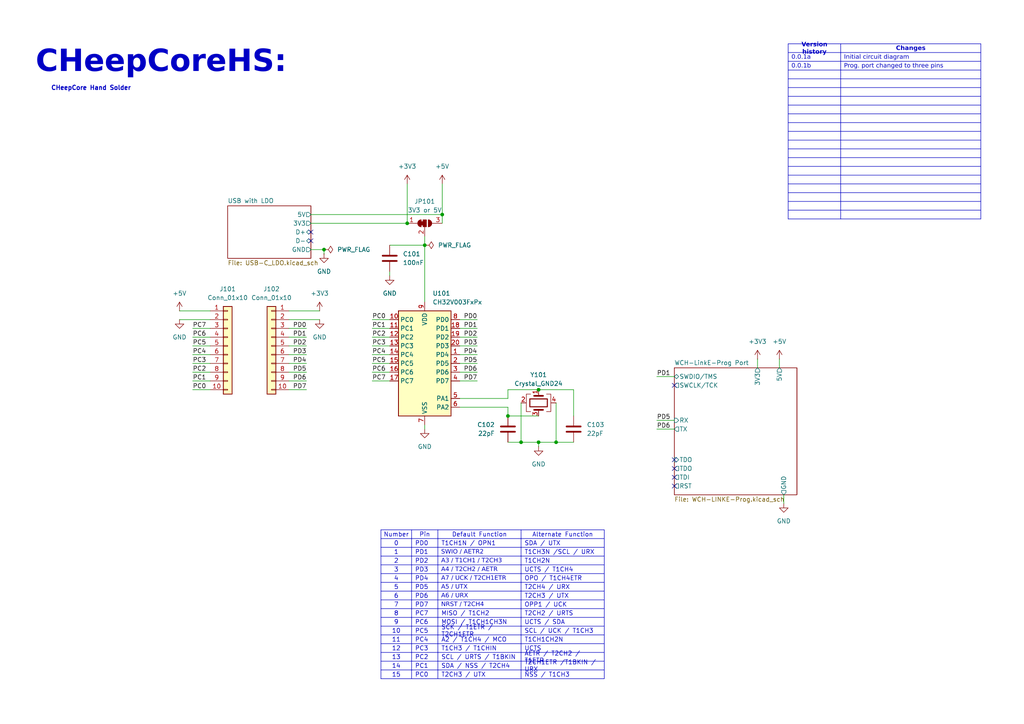
<source format=kicad_sch>
(kicad_sch
	(version 20250114)
	(generator "eeschema")
	(generator_version "9.0")
	(uuid "1a6f5452-e688-4341-937f-30ed63281f98")
	(paper "A4")
	(title_block
		(title "CHeepCore")
		(date "2025-08-06")
		(rev "0.0.1b")
		(company "VollständigerName")
		(comment 1 "github.com/VollstaendigerName")
		(comment 2 "LICENSE: CC BY-NC 4.0. https://creativecommons.org/licenses/by-nc/4.0")
		(comment 3 "Ultra cheap Microcontroller PCB, for hand soldering")
		(comment 4 "CH32v003")
	)
	(lib_symbols
		(symbol "Connector_Generic:Conn_01x10"
			(pin_names
				(offset 1.016)
				(hide yes)
			)
			(exclude_from_sim no)
			(in_bom yes)
			(on_board yes)
			(property "Reference" "J"
				(at 0 12.7 0)
				(effects
					(font
						(size 1.27 1.27)
					)
				)
			)
			(property "Value" "Conn_01x10"
				(at 0 -15.24 0)
				(effects
					(font
						(size 1.27 1.27)
					)
				)
			)
			(property "Footprint" ""
				(at 0 0 0)
				(effects
					(font
						(size 1.27 1.27)
					)
					(hide yes)
				)
			)
			(property "Datasheet" "~"
				(at 0 0 0)
				(effects
					(font
						(size 1.27 1.27)
					)
					(hide yes)
				)
			)
			(property "Description" "Generic connector, single row, 01x10, script generated (kicad-library-utils/schlib/autogen/connector/)"
				(at 0 0 0)
				(effects
					(font
						(size 1.27 1.27)
					)
					(hide yes)
				)
			)
			(property "ki_keywords" "connector"
				(at 0 0 0)
				(effects
					(font
						(size 1.27 1.27)
					)
					(hide yes)
				)
			)
			(property "ki_fp_filters" "Connector*:*_1x??_*"
				(at 0 0 0)
				(effects
					(font
						(size 1.27 1.27)
					)
					(hide yes)
				)
			)
			(symbol "Conn_01x10_1_1"
				(rectangle
					(start -1.27 11.43)
					(end 1.27 -13.97)
					(stroke
						(width 0.254)
						(type default)
					)
					(fill
						(type background)
					)
				)
				(rectangle
					(start -1.27 10.287)
					(end 0 10.033)
					(stroke
						(width 0.1524)
						(type default)
					)
					(fill
						(type none)
					)
				)
				(rectangle
					(start -1.27 7.747)
					(end 0 7.493)
					(stroke
						(width 0.1524)
						(type default)
					)
					(fill
						(type none)
					)
				)
				(rectangle
					(start -1.27 5.207)
					(end 0 4.953)
					(stroke
						(width 0.1524)
						(type default)
					)
					(fill
						(type none)
					)
				)
				(rectangle
					(start -1.27 2.667)
					(end 0 2.413)
					(stroke
						(width 0.1524)
						(type default)
					)
					(fill
						(type none)
					)
				)
				(rectangle
					(start -1.27 0.127)
					(end 0 -0.127)
					(stroke
						(width 0.1524)
						(type default)
					)
					(fill
						(type none)
					)
				)
				(rectangle
					(start -1.27 -2.413)
					(end 0 -2.667)
					(stroke
						(width 0.1524)
						(type default)
					)
					(fill
						(type none)
					)
				)
				(rectangle
					(start -1.27 -4.953)
					(end 0 -5.207)
					(stroke
						(width 0.1524)
						(type default)
					)
					(fill
						(type none)
					)
				)
				(rectangle
					(start -1.27 -7.493)
					(end 0 -7.747)
					(stroke
						(width 0.1524)
						(type default)
					)
					(fill
						(type none)
					)
				)
				(rectangle
					(start -1.27 -10.033)
					(end 0 -10.287)
					(stroke
						(width 0.1524)
						(type default)
					)
					(fill
						(type none)
					)
				)
				(rectangle
					(start -1.27 -12.573)
					(end 0 -12.827)
					(stroke
						(width 0.1524)
						(type default)
					)
					(fill
						(type none)
					)
				)
				(pin passive line
					(at -5.08 10.16 0)
					(length 3.81)
					(name "Pin_1"
						(effects
							(font
								(size 1.27 1.27)
							)
						)
					)
					(number "1"
						(effects
							(font
								(size 1.27 1.27)
							)
						)
					)
				)
				(pin passive line
					(at -5.08 7.62 0)
					(length 3.81)
					(name "Pin_2"
						(effects
							(font
								(size 1.27 1.27)
							)
						)
					)
					(number "2"
						(effects
							(font
								(size 1.27 1.27)
							)
						)
					)
				)
				(pin passive line
					(at -5.08 5.08 0)
					(length 3.81)
					(name "Pin_3"
						(effects
							(font
								(size 1.27 1.27)
							)
						)
					)
					(number "3"
						(effects
							(font
								(size 1.27 1.27)
							)
						)
					)
				)
				(pin passive line
					(at -5.08 2.54 0)
					(length 3.81)
					(name "Pin_4"
						(effects
							(font
								(size 1.27 1.27)
							)
						)
					)
					(number "4"
						(effects
							(font
								(size 1.27 1.27)
							)
						)
					)
				)
				(pin passive line
					(at -5.08 0 0)
					(length 3.81)
					(name "Pin_5"
						(effects
							(font
								(size 1.27 1.27)
							)
						)
					)
					(number "5"
						(effects
							(font
								(size 1.27 1.27)
							)
						)
					)
				)
				(pin passive line
					(at -5.08 -2.54 0)
					(length 3.81)
					(name "Pin_6"
						(effects
							(font
								(size 1.27 1.27)
							)
						)
					)
					(number "6"
						(effects
							(font
								(size 1.27 1.27)
							)
						)
					)
				)
				(pin passive line
					(at -5.08 -5.08 0)
					(length 3.81)
					(name "Pin_7"
						(effects
							(font
								(size 1.27 1.27)
							)
						)
					)
					(number "7"
						(effects
							(font
								(size 1.27 1.27)
							)
						)
					)
				)
				(pin passive line
					(at -5.08 -7.62 0)
					(length 3.81)
					(name "Pin_8"
						(effects
							(font
								(size 1.27 1.27)
							)
						)
					)
					(number "8"
						(effects
							(font
								(size 1.27 1.27)
							)
						)
					)
				)
				(pin passive line
					(at -5.08 -10.16 0)
					(length 3.81)
					(name "Pin_9"
						(effects
							(font
								(size 1.27 1.27)
							)
						)
					)
					(number "9"
						(effects
							(font
								(size 1.27 1.27)
							)
						)
					)
				)
				(pin passive line
					(at -5.08 -12.7 0)
					(length 3.81)
					(name "Pin_10"
						(effects
							(font
								(size 1.27 1.27)
							)
						)
					)
					(number "10"
						(effects
							(font
								(size 1.27 1.27)
							)
						)
					)
				)
			)
			(embedded_fonts no)
		)
		(symbol "Device:C"
			(pin_numbers
				(hide yes)
			)
			(pin_names
				(offset 0.254)
			)
			(exclude_from_sim no)
			(in_bom yes)
			(on_board yes)
			(property "Reference" "C"
				(at 0.635 2.54 0)
				(effects
					(font
						(size 1.27 1.27)
					)
					(justify left)
				)
			)
			(property "Value" "C"
				(at 0.635 -2.54 0)
				(effects
					(font
						(size 1.27 1.27)
					)
					(justify left)
				)
			)
			(property "Footprint" ""
				(at 0.9652 -3.81 0)
				(effects
					(font
						(size 1.27 1.27)
					)
					(hide yes)
				)
			)
			(property "Datasheet" "~"
				(at 0 0 0)
				(effects
					(font
						(size 1.27 1.27)
					)
					(hide yes)
				)
			)
			(property "Description" "Unpolarized capacitor"
				(at 0 0 0)
				(effects
					(font
						(size 1.27 1.27)
					)
					(hide yes)
				)
			)
			(property "ki_keywords" "cap capacitor"
				(at 0 0 0)
				(effects
					(font
						(size 1.27 1.27)
					)
					(hide yes)
				)
			)
			(property "ki_fp_filters" "C_*"
				(at 0 0 0)
				(effects
					(font
						(size 1.27 1.27)
					)
					(hide yes)
				)
			)
			(symbol "C_0_1"
				(polyline
					(pts
						(xy -2.032 0.762) (xy 2.032 0.762)
					)
					(stroke
						(width 0.508)
						(type default)
					)
					(fill
						(type none)
					)
				)
				(polyline
					(pts
						(xy -2.032 -0.762) (xy 2.032 -0.762)
					)
					(stroke
						(width 0.508)
						(type default)
					)
					(fill
						(type none)
					)
				)
			)
			(symbol "C_1_1"
				(pin passive line
					(at 0 3.81 270)
					(length 2.794)
					(name "~"
						(effects
							(font
								(size 1.27 1.27)
							)
						)
					)
					(number "1"
						(effects
							(font
								(size 1.27 1.27)
							)
						)
					)
				)
				(pin passive line
					(at 0 -3.81 90)
					(length 2.794)
					(name "~"
						(effects
							(font
								(size 1.27 1.27)
							)
						)
					)
					(number "2"
						(effects
							(font
								(size 1.27 1.27)
							)
						)
					)
				)
			)
			(embedded_fonts no)
		)
		(symbol "Device:Crystal_GND24"
			(pin_names
				(offset 1.016)
				(hide yes)
			)
			(exclude_from_sim no)
			(in_bom yes)
			(on_board yes)
			(property "Reference" "Y"
				(at 3.175 5.08 0)
				(effects
					(font
						(size 1.27 1.27)
					)
					(justify left)
				)
			)
			(property "Value" "Crystal_GND24"
				(at 3.175 3.175 0)
				(effects
					(font
						(size 1.27 1.27)
					)
					(justify left)
				)
			)
			(property "Footprint" ""
				(at 0 0 0)
				(effects
					(font
						(size 1.27 1.27)
					)
					(hide yes)
				)
			)
			(property "Datasheet" "~"
				(at 0 0 0)
				(effects
					(font
						(size 1.27 1.27)
					)
					(hide yes)
				)
			)
			(property "Description" "Four pin crystal, GND on pins 2 and 4"
				(at 0 0 0)
				(effects
					(font
						(size 1.27 1.27)
					)
					(hide yes)
				)
			)
			(property "ki_keywords" "quartz ceramic resonator oscillator"
				(at 0 0 0)
				(effects
					(font
						(size 1.27 1.27)
					)
					(hide yes)
				)
			)
			(property "ki_fp_filters" "Crystal*"
				(at 0 0 0)
				(effects
					(font
						(size 1.27 1.27)
					)
					(hide yes)
				)
			)
			(symbol "Crystal_GND24_0_1"
				(polyline
					(pts
						(xy -2.54 2.286) (xy -2.54 3.556) (xy 2.54 3.556) (xy 2.54 2.286)
					)
					(stroke
						(width 0)
						(type default)
					)
					(fill
						(type none)
					)
				)
				(polyline
					(pts
						(xy -2.54 0) (xy -2.032 0)
					)
					(stroke
						(width 0)
						(type default)
					)
					(fill
						(type none)
					)
				)
				(polyline
					(pts
						(xy -2.54 -2.286) (xy -2.54 -3.556) (xy 2.54 -3.556) (xy 2.54 -2.286)
					)
					(stroke
						(width 0)
						(type default)
					)
					(fill
						(type none)
					)
				)
				(polyline
					(pts
						(xy -2.032 -1.27) (xy -2.032 1.27)
					)
					(stroke
						(width 0.508)
						(type default)
					)
					(fill
						(type none)
					)
				)
				(rectangle
					(start -1.143 2.54)
					(end 1.143 -2.54)
					(stroke
						(width 0.3048)
						(type default)
					)
					(fill
						(type none)
					)
				)
				(polyline
					(pts
						(xy 0 3.556) (xy 0 3.81)
					)
					(stroke
						(width 0)
						(type default)
					)
					(fill
						(type none)
					)
				)
				(polyline
					(pts
						(xy 0 -3.81) (xy 0 -3.556)
					)
					(stroke
						(width 0)
						(type default)
					)
					(fill
						(type none)
					)
				)
				(polyline
					(pts
						(xy 2.032 0) (xy 2.54 0)
					)
					(stroke
						(width 0)
						(type default)
					)
					(fill
						(type none)
					)
				)
				(polyline
					(pts
						(xy 2.032 -1.27) (xy 2.032 1.27)
					)
					(stroke
						(width 0.508)
						(type default)
					)
					(fill
						(type none)
					)
				)
			)
			(symbol "Crystal_GND24_1_1"
				(pin passive line
					(at -3.81 0 0)
					(length 1.27)
					(name "1"
						(effects
							(font
								(size 1.27 1.27)
							)
						)
					)
					(number "1"
						(effects
							(font
								(size 1.27 1.27)
							)
						)
					)
				)
				(pin passive line
					(at 0 5.08 270)
					(length 1.27)
					(name "2"
						(effects
							(font
								(size 1.27 1.27)
							)
						)
					)
					(number "2"
						(effects
							(font
								(size 1.27 1.27)
							)
						)
					)
				)
				(pin passive line
					(at 0 -5.08 90)
					(length 1.27)
					(name "4"
						(effects
							(font
								(size 1.27 1.27)
							)
						)
					)
					(number "4"
						(effects
							(font
								(size 1.27 1.27)
							)
						)
					)
				)
				(pin passive line
					(at 3.81 0 180)
					(length 1.27)
					(name "3"
						(effects
							(font
								(size 1.27 1.27)
							)
						)
					)
					(number "3"
						(effects
							(font
								(size 1.27 1.27)
							)
						)
					)
				)
			)
			(embedded_fonts no)
		)
		(symbol "Jumper:SolderJumper_3_Bridged12"
			(pin_names
				(offset 0)
				(hide yes)
			)
			(exclude_from_sim yes)
			(in_bom no)
			(on_board yes)
			(property "Reference" "JP"
				(at -2.54 -2.54 0)
				(effects
					(font
						(size 1.27 1.27)
					)
				)
			)
			(property "Value" "SolderJumper_3_Bridged12"
				(at 0 2.794 0)
				(effects
					(font
						(size 1.27 1.27)
					)
				)
			)
			(property "Footprint" ""
				(at 0 0 0)
				(effects
					(font
						(size 1.27 1.27)
					)
					(hide yes)
				)
			)
			(property "Datasheet" "~"
				(at 0 0 0)
				(effects
					(font
						(size 1.27 1.27)
					)
					(hide yes)
				)
			)
			(property "Description" "3-pole Solder Jumper, pins 1+2 closed/bridged"
				(at 0 0 0)
				(effects
					(font
						(size 1.27 1.27)
					)
					(hide yes)
				)
			)
			(property "ki_keywords" "Solder Jumper SPDT"
				(at 0 0 0)
				(effects
					(font
						(size 1.27 1.27)
					)
					(hide yes)
				)
			)
			(property "ki_fp_filters" "SolderJumper*Bridged12*"
				(at 0 0 0)
				(effects
					(font
						(size 1.27 1.27)
					)
					(hide yes)
				)
			)
			(symbol "SolderJumper_3_Bridged12_0_1"
				(polyline
					(pts
						(xy -2.54 0) (xy -2.032 0)
					)
					(stroke
						(width 0)
						(type default)
					)
					(fill
						(type none)
					)
				)
				(polyline
					(pts
						(xy -1.016 1.016) (xy -1.016 -1.016)
					)
					(stroke
						(width 0)
						(type default)
					)
					(fill
						(type none)
					)
				)
				(rectangle
					(start -1.016 0.508)
					(end -0.508 -0.508)
					(stroke
						(width 0)
						(type default)
					)
					(fill
						(type outline)
					)
				)
				(arc
					(start -1.016 -1.016)
					(mid -2.0276 0)
					(end -1.016 1.016)
					(stroke
						(width 0)
						(type default)
					)
					(fill
						(type none)
					)
				)
				(arc
					(start -1.016 -1.016)
					(mid -2.0276 0)
					(end -1.016 1.016)
					(stroke
						(width 0)
						(type default)
					)
					(fill
						(type outline)
					)
				)
				(rectangle
					(start -0.508 1.016)
					(end 0.508 -1.016)
					(stroke
						(width 0)
						(type default)
					)
					(fill
						(type outline)
					)
				)
				(polyline
					(pts
						(xy 0 -1.27) (xy 0 -1.016)
					)
					(stroke
						(width 0)
						(type default)
					)
					(fill
						(type none)
					)
				)
				(arc
					(start 1.016 1.016)
					(mid 2.0276 0)
					(end 1.016 -1.016)
					(stroke
						(width 0)
						(type default)
					)
					(fill
						(type none)
					)
				)
				(arc
					(start 1.016 1.016)
					(mid 2.0276 0)
					(end 1.016 -1.016)
					(stroke
						(width 0)
						(type default)
					)
					(fill
						(type outline)
					)
				)
				(polyline
					(pts
						(xy 1.016 1.016) (xy 1.016 -1.016)
					)
					(stroke
						(width 0)
						(type default)
					)
					(fill
						(type none)
					)
				)
				(polyline
					(pts
						(xy 2.54 0) (xy 2.032 0)
					)
					(stroke
						(width 0)
						(type default)
					)
					(fill
						(type none)
					)
				)
			)
			(symbol "SolderJumper_3_Bridged12_1_1"
				(pin passive line
					(at -5.08 0 0)
					(length 2.54)
					(name "A"
						(effects
							(font
								(size 1.27 1.27)
							)
						)
					)
					(number "1"
						(effects
							(font
								(size 1.27 1.27)
							)
						)
					)
				)
				(pin passive line
					(at 0 -3.81 90)
					(length 2.54)
					(name "C"
						(effects
							(font
								(size 1.27 1.27)
							)
						)
					)
					(number "2"
						(effects
							(font
								(size 1.27 1.27)
							)
						)
					)
				)
				(pin passive line
					(at 5.08 0 180)
					(length 2.54)
					(name "B"
						(effects
							(font
								(size 1.27 1.27)
							)
						)
					)
					(number "3"
						(effects
							(font
								(size 1.27 1.27)
							)
						)
					)
				)
			)
			(embedded_fonts no)
		)
		(symbol "MCU_WCH_CH32V0:CH32V003FxPx"
			(exclude_from_sim no)
			(in_bom yes)
			(on_board yes)
			(property "Reference" "U"
				(at -7.62 17.78 0)
				(effects
					(font
						(size 1.27 1.27)
					)
				)
			)
			(property "Value" "CH32V003FxPx"
				(at 7.62 17.78 0)
				(effects
					(font
						(size 1.27 1.27)
					)
				)
			)
			(property "Footprint" "Package_SO:TSSOP-20_4.4x6.5mm_P0.65mm"
				(at -1.27 0 0)
				(effects
					(font
						(size 1.27 1.27)
					)
					(hide yes)
				)
			)
			(property "Datasheet" "https://www.wch-ic.com/products/CH32V003.html"
				(at -1.27 0 0)
				(effects
					(font
						(size 1.27 1.27)
					)
					(hide yes)
				)
			)
			(property "Description" "CH32V003 series are industrial-grade general-purpose microcontrollers designed based on 32-bit RISC-V instruction set and architecture. It adopts QingKe V2A core, RV32EC instruction set, and supports 2 levels of interrupt nesting. The series are mounted with rich peripheral interfaces and function modules. Its internal organizational structure meets the low-cost and low-power embedded application scenarios."
				(at 0 0 0)
				(effects
					(font
						(size 1.27 1.27)
					)
					(hide yes)
				)
			)
			(property "ki_keywords" "microcontroller wch RISC-V"
				(at 0 0 0)
				(effects
					(font
						(size 1.27 1.27)
					)
					(hide yes)
				)
			)
			(property "ki_fp_filters" "TSSOP*4.4x6.5mm*P0.65mm*"
				(at 0 0 0)
				(effects
					(font
						(size 1.27 1.27)
					)
					(hide yes)
				)
			)
			(symbol "CH32V003FxPx_1_1"
				(rectangle
					(start -7.62 15.24)
					(end 7.62 -15.24)
					(stroke
						(width 0.254)
						(type default)
					)
					(fill
						(type background)
					)
				)
				(pin bidirectional line
					(at -10.16 12.7 0)
					(length 2.54)
					(name "PC0"
						(effects
							(font
								(size 1.27 1.27)
							)
						)
					)
					(number "10"
						(effects
							(font
								(size 1.27 1.27)
							)
						)
					)
					(alternate "NSS_1" bidirectional line)
					(alternate "T1CH3_1" bidirectional line)
					(alternate "T2CH3" bidirectional line)
					(alternate "T2CH3_2" bidirectional line)
					(alternate "UTX_3" bidirectional line)
				)
				(pin bidirectional line
					(at -10.16 10.16 0)
					(length 2.54)
					(name "PC1"
						(effects
							(font
								(size 1.27 1.27)
							)
						)
					)
					(number "11"
						(effects
							(font
								(size 1.27 1.27)
							)
						)
					)
					(alternate "NSS" bidirectional line)
					(alternate "SDA" bidirectional line)
					(alternate "T1BKIN_1" bidirectional line)
					(alternate "T1BKIN_3" bidirectional line)
					(alternate "T2CH1ETR_2" bidirectional line)
					(alternate "T2CH1ETR_3" bidirectional line)
					(alternate "T2CH4_1" bidirectional line)
					(alternate "URX_3" bidirectional line)
				)
				(pin bidirectional line
					(at -10.16 7.62 0)
					(length 2.54)
					(name "PC2"
						(effects
							(font
								(size 1.27 1.27)
							)
						)
					)
					(number "12"
						(effects
							(font
								(size 1.27 1.27)
							)
						)
					)
					(alternate "AETR_1" bidirectional line)
					(alternate "SCL" bidirectional line)
					(alternate "T1BKIN" bidirectional line)
					(alternate "T1BKIN_2" bidirectional line)
					(alternate "T1ETR_3" bidirectional line)
					(alternate "T2CH2_1" bidirectional line)
					(alternate "URTS" bidirectional line)
					(alternate "URTS_1" bidirectional line)
				)
				(pin bidirectional line
					(at -10.16 5.08 0)
					(length 2.54)
					(name "PC3"
						(effects
							(font
								(size 1.27 1.27)
							)
						)
					)
					(number "13"
						(effects
							(font
								(size 1.27 1.27)
							)
						)
					)
					(alternate "T1CH1N_1" bidirectional line)
					(alternate "T1CH1N_3" bidirectional line)
					(alternate "T1CH3" bidirectional line)
					(alternate "T1CH3_2" bidirectional line)
					(alternate "UCTS_1" bidirectional line)
				)
				(pin bidirectional line
					(at -10.16 2.54 0)
					(length 2.54)
					(name "PC4"
						(effects
							(font
								(size 1.27 1.27)
							)
						)
					)
					(number "14"
						(effects
							(font
								(size 1.27 1.27)
							)
						)
					)
					(alternate "A2" bidirectional line)
					(alternate "MCO" bidirectional line)
					(alternate "T1CH1_3" bidirectional line)
					(alternate "T1CH2N_1" bidirectional line)
					(alternate "T1CH4" bidirectional line)
					(alternate "T1CH4_2" bidirectional line)
				)
				(pin bidirectional line
					(at -10.16 0 0)
					(length 2.54)
					(name "PC5"
						(effects
							(font
								(size 1.27 1.27)
							)
						)
					)
					(number "15"
						(effects
							(font
								(size 1.27 1.27)
							)
						)
					)
					(alternate "SCK" bidirectional line)
					(alternate "SCK_1" bidirectional line)
					(alternate "SCL_2" bidirectional line)
					(alternate "SCL_3" bidirectional line)
					(alternate "T1CH3_3" bidirectional line)
					(alternate "T1ETR" bidirectional line)
					(alternate "T1ETR_1" bidirectional line)
					(alternate "T2CH1ETR_1" bidirectional line)
					(alternate "UCK_3" bidirectional line)
				)
				(pin bidirectional line
					(at -10.16 -2.54 0)
					(length 2.54)
					(name "PC6"
						(effects
							(font
								(size 1.27 1.27)
							)
						)
					)
					(number "16"
						(effects
							(font
								(size 1.27 1.27)
							)
						)
					)
					(alternate "MOSI" bidirectional line)
					(alternate "MOSI_1" bidirectional line)
					(alternate "SDA_2" bidirectional line)
					(alternate "SDA_3" bidirectional line)
					(alternate "T1CH1_1" bidirectional line)
					(alternate "T1CH3N_3" bidirectional line)
					(alternate "UCTS_2" bidirectional line)
					(alternate "UCTS_3" bidirectional line)
				)
				(pin bidirectional line
					(at -10.16 -5.08 0)
					(length 2.54)
					(name "PC7"
						(effects
							(font
								(size 1.27 1.27)
							)
						)
					)
					(number "17"
						(effects
							(font
								(size 1.27 1.27)
							)
						)
					)
					(alternate "MISO" bidirectional line)
					(alternate "MISO_1" bidirectional line)
					(alternate "T1CH2_1" bidirectional line)
					(alternate "T1CH2_3" bidirectional line)
					(alternate "T2CH2_3" bidirectional line)
					(alternate "URTS_2" bidirectional line)
					(alternate "URTS_3" bidirectional line)
				)
				(pin power_in line
					(at 0 17.78 270)
					(length 2.54)
					(name "VDD"
						(effects
							(font
								(size 1.27 1.27)
							)
						)
					)
					(number "9"
						(effects
							(font
								(size 1.27 1.27)
							)
						)
					)
				)
				(pin power_in line
					(at 0 -17.78 90)
					(length 2.54)
					(name "VSS"
						(effects
							(font
								(size 1.27 1.27)
							)
						)
					)
					(number "7"
						(effects
							(font
								(size 1.27 1.27)
							)
						)
					)
				)
				(pin bidirectional line
					(at 10.16 12.7 180)
					(length 2.54)
					(name "PD0"
						(effects
							(font
								(size 1.27 1.27)
							)
						)
					)
					(number "8"
						(effects
							(font
								(size 1.27 1.27)
							)
						)
					)
					(alternate "OPN1" bidirectional line)
					(alternate "SDA_1" bidirectional line)
					(alternate "TICH1N" bidirectional line)
					(alternate "TICH1N_2" bidirectional line)
					(alternate "UTX_1" bidirectional line)
				)
				(pin bidirectional line
					(at 10.16 10.16 180)
					(length 2.54)
					(name "PD1"
						(effects
							(font
								(size 1.27 1.27)
							)
						)
					)
					(number "18"
						(effects
							(font
								(size 1.27 1.27)
							)
						)
					)
					(alternate "AETR2" bidirectional line)
					(alternate "SCL_1" bidirectional line)
					(alternate "SWIO" bidirectional line)
					(alternate "T1CH3N" bidirectional line)
					(alternate "T1CH3N_1" bidirectional line)
					(alternate "T1CH3N_2" bidirectional line)
					(alternate "URX_1" bidirectional line)
				)
				(pin bidirectional line
					(at 10.16 7.62 180)
					(length 2.54)
					(name "PD2"
						(effects
							(font
								(size 1.27 1.27)
							)
						)
					)
					(number "19"
						(effects
							(font
								(size 1.27 1.27)
							)
						)
					)
					(alternate "A3" bidirectional line)
					(alternate "T1CH1" bidirectional line)
					(alternate "T1CH1_2" bidirectional line)
					(alternate "T1CH2N_3" bidirectional line)
					(alternate "T2CH3_1" bidirectional line)
				)
				(pin bidirectional line
					(at 10.16 5.08 180)
					(length 2.54)
					(name "PD3"
						(effects
							(font
								(size 1.27 1.27)
							)
						)
					)
					(number "20"
						(effects
							(font
								(size 1.27 1.27)
							)
						)
					)
					(alternate "A4" bidirectional line)
					(alternate "AETR" bidirectional line)
					(alternate "T1CH4_1" bidirectional line)
					(alternate "T2CH2" bidirectional line)
					(alternate "T2CH2_2" bidirectional line)
					(alternate "UCTS" bidirectional line)
				)
				(pin bidirectional line
					(at 10.16 2.54 180)
					(length 2.54)
					(name "PD4"
						(effects
							(font
								(size 1.27 1.27)
							)
						)
					)
					(number "1"
						(effects
							(font
								(size 1.27 1.27)
							)
						)
					)
					(alternate "A7" bidirectional line)
					(alternate "OPO" bidirectional line)
					(alternate "T1CH4_3" bidirectional line)
					(alternate "T2CH1ETR" bidirectional line)
					(alternate "TIETR_2" bidirectional line)
					(alternate "UCK" bidirectional line)
				)
				(pin bidirectional line
					(at 10.16 0 180)
					(length 2.54)
					(name "PD5"
						(effects
							(font
								(size 1.27 1.27)
							)
						)
					)
					(number "2"
						(effects
							(font
								(size 1.27 1.27)
							)
						)
					)
					(alternate "A5" bidirectional line)
					(alternate "T2CH4_3" bidirectional line)
					(alternate "URX_2" bidirectional line)
					(alternate "UTX" bidirectional line)
				)
				(pin bidirectional line
					(at 10.16 -2.54 180)
					(length 2.54)
					(name "PD6"
						(effects
							(font
								(size 1.27 1.27)
							)
						)
					)
					(number "3"
						(effects
							(font
								(size 1.27 1.27)
							)
						)
					)
					(alternate "A6" bidirectional line)
					(alternate "T2CH3_3" bidirectional line)
					(alternate "URX" bidirectional line)
					(alternate "UTX_2" bidirectional line)
				)
				(pin bidirectional line
					(at 10.16 -5.08 180)
					(length 2.54)
					(name "PD7"
						(effects
							(font
								(size 1.27 1.27)
							)
						)
					)
					(number "4"
						(effects
							(font
								(size 1.27 1.27)
							)
						)
					)
					(alternate "NRST" bidirectional line)
					(alternate "OPP1" bidirectional line)
					(alternate "T2CH4" bidirectional line)
					(alternate "T2CH4_2" bidirectional line)
					(alternate "UCK_1" bidirectional line)
					(alternate "UCK_2" bidirectional line)
				)
				(pin bidirectional line
					(at 10.16 -10.16 180)
					(length 2.54)
					(name "PA1"
						(effects
							(font
								(size 1.27 1.27)
							)
						)
					)
					(number "5"
						(effects
							(font
								(size 1.27 1.27)
							)
						)
					)
					(alternate "A1" bidirectional line)
					(alternate "OPN0" bidirectional line)
					(alternate "OSCI" bidirectional line)
					(alternate "T1CH2" bidirectional line)
					(alternate "T1CH2_2" bidirectional line)
				)
				(pin bidirectional line
					(at 10.16 -12.7 180)
					(length 2.54)
					(name "PA2"
						(effects
							(font
								(size 1.27 1.27)
							)
						)
					)
					(number "6"
						(effects
							(font
								(size 1.27 1.27)
							)
						)
					)
					(alternate "A0" bidirectional line)
					(alternate "AETR2_1" bidirectional line)
					(alternate "OPP0" bidirectional line)
					(alternate "OSCO" bidirectional line)
					(alternate "TICH2N" bidirectional line)
					(alternate "TICH2N_2" bidirectional line)
				)
			)
			(embedded_fonts no)
		)
		(symbol "power:+3V3"
			(power)
			(pin_numbers
				(hide yes)
			)
			(pin_names
				(offset 0)
				(hide yes)
			)
			(exclude_from_sim no)
			(in_bom yes)
			(on_board yes)
			(property "Reference" "#PWR"
				(at 0 -3.81 0)
				(effects
					(font
						(size 1.27 1.27)
					)
					(hide yes)
				)
			)
			(property "Value" "+3V3"
				(at 0 3.556 0)
				(effects
					(font
						(size 1.27 1.27)
					)
				)
			)
			(property "Footprint" ""
				(at 0 0 0)
				(effects
					(font
						(size 1.27 1.27)
					)
					(hide yes)
				)
			)
			(property "Datasheet" ""
				(at 0 0 0)
				(effects
					(font
						(size 1.27 1.27)
					)
					(hide yes)
				)
			)
			(property "Description" "Power symbol creates a global label with name \"+3V3\""
				(at 0 0 0)
				(effects
					(font
						(size 1.27 1.27)
					)
					(hide yes)
				)
			)
			(property "ki_keywords" "global power"
				(at 0 0 0)
				(effects
					(font
						(size 1.27 1.27)
					)
					(hide yes)
				)
			)
			(symbol "+3V3_0_1"
				(polyline
					(pts
						(xy -0.762 1.27) (xy 0 2.54)
					)
					(stroke
						(width 0)
						(type default)
					)
					(fill
						(type none)
					)
				)
				(polyline
					(pts
						(xy 0 2.54) (xy 0.762 1.27)
					)
					(stroke
						(width 0)
						(type default)
					)
					(fill
						(type none)
					)
				)
				(polyline
					(pts
						(xy 0 0) (xy 0 2.54)
					)
					(stroke
						(width 0)
						(type default)
					)
					(fill
						(type none)
					)
				)
			)
			(symbol "+3V3_1_1"
				(pin power_in line
					(at 0 0 90)
					(length 0)
					(name "~"
						(effects
							(font
								(size 1.27 1.27)
							)
						)
					)
					(number "1"
						(effects
							(font
								(size 1.27 1.27)
							)
						)
					)
				)
			)
			(embedded_fonts no)
		)
		(symbol "power:+5V"
			(power)
			(pin_numbers
				(hide yes)
			)
			(pin_names
				(offset 0)
				(hide yes)
			)
			(exclude_from_sim no)
			(in_bom yes)
			(on_board yes)
			(property "Reference" "#PWR"
				(at 0 -3.81 0)
				(effects
					(font
						(size 1.27 1.27)
					)
					(hide yes)
				)
			)
			(property "Value" "+5V"
				(at 0 3.556 0)
				(effects
					(font
						(size 1.27 1.27)
					)
				)
			)
			(property "Footprint" ""
				(at 0 0 0)
				(effects
					(font
						(size 1.27 1.27)
					)
					(hide yes)
				)
			)
			(property "Datasheet" ""
				(at 0 0 0)
				(effects
					(font
						(size 1.27 1.27)
					)
					(hide yes)
				)
			)
			(property "Description" "Power symbol creates a global label with name \"+5V\""
				(at 0 0 0)
				(effects
					(font
						(size 1.27 1.27)
					)
					(hide yes)
				)
			)
			(property "ki_keywords" "global power"
				(at 0 0 0)
				(effects
					(font
						(size 1.27 1.27)
					)
					(hide yes)
				)
			)
			(symbol "+5V_0_1"
				(polyline
					(pts
						(xy -0.762 1.27) (xy 0 2.54)
					)
					(stroke
						(width 0)
						(type default)
					)
					(fill
						(type none)
					)
				)
				(polyline
					(pts
						(xy 0 2.54) (xy 0.762 1.27)
					)
					(stroke
						(width 0)
						(type default)
					)
					(fill
						(type none)
					)
				)
				(polyline
					(pts
						(xy 0 0) (xy 0 2.54)
					)
					(stroke
						(width 0)
						(type default)
					)
					(fill
						(type none)
					)
				)
			)
			(symbol "+5V_1_1"
				(pin power_in line
					(at 0 0 90)
					(length 0)
					(name "~"
						(effects
							(font
								(size 1.27 1.27)
							)
						)
					)
					(number "1"
						(effects
							(font
								(size 1.27 1.27)
							)
						)
					)
				)
			)
			(embedded_fonts no)
		)
		(symbol "power:GND"
			(power)
			(pin_numbers
				(hide yes)
			)
			(pin_names
				(offset 0)
				(hide yes)
			)
			(exclude_from_sim no)
			(in_bom yes)
			(on_board yes)
			(property "Reference" "#PWR"
				(at 0 -6.35 0)
				(effects
					(font
						(size 1.27 1.27)
					)
					(hide yes)
				)
			)
			(property "Value" "GND"
				(at 0 -3.81 0)
				(effects
					(font
						(size 1.27 1.27)
					)
				)
			)
			(property "Footprint" ""
				(at 0 0 0)
				(effects
					(font
						(size 1.27 1.27)
					)
					(hide yes)
				)
			)
			(property "Datasheet" ""
				(at 0 0 0)
				(effects
					(font
						(size 1.27 1.27)
					)
					(hide yes)
				)
			)
			(property "Description" "Power symbol creates a global label with name \"GND\" , ground"
				(at 0 0 0)
				(effects
					(font
						(size 1.27 1.27)
					)
					(hide yes)
				)
			)
			(property "ki_keywords" "global power"
				(at 0 0 0)
				(effects
					(font
						(size 1.27 1.27)
					)
					(hide yes)
				)
			)
			(symbol "GND_0_1"
				(polyline
					(pts
						(xy 0 0) (xy 0 -1.27) (xy 1.27 -1.27) (xy 0 -2.54) (xy -1.27 -1.27) (xy 0 -1.27)
					)
					(stroke
						(width 0)
						(type default)
					)
					(fill
						(type none)
					)
				)
			)
			(symbol "GND_1_1"
				(pin power_in line
					(at 0 0 270)
					(length 0)
					(name "~"
						(effects
							(font
								(size 1.27 1.27)
							)
						)
					)
					(number "1"
						(effects
							(font
								(size 1.27 1.27)
							)
						)
					)
				)
			)
			(embedded_fonts no)
		)
		(symbol "power:PWR_FLAG"
			(power)
			(pin_numbers
				(hide yes)
			)
			(pin_names
				(offset 0)
				(hide yes)
			)
			(exclude_from_sim no)
			(in_bom yes)
			(on_board yes)
			(property "Reference" "#FLG"
				(at 0 1.905 0)
				(effects
					(font
						(size 1.27 1.27)
					)
					(hide yes)
				)
			)
			(property "Value" "PWR_FLAG"
				(at 0 3.81 0)
				(effects
					(font
						(size 1.27 1.27)
					)
				)
			)
			(property "Footprint" ""
				(at 0 0 0)
				(effects
					(font
						(size 1.27 1.27)
					)
					(hide yes)
				)
			)
			(property "Datasheet" "~"
				(at 0 0 0)
				(effects
					(font
						(size 1.27 1.27)
					)
					(hide yes)
				)
			)
			(property "Description" "Special symbol for telling ERC where power comes from"
				(at 0 0 0)
				(effects
					(font
						(size 1.27 1.27)
					)
					(hide yes)
				)
			)
			(property "ki_keywords" "flag power"
				(at 0 0 0)
				(effects
					(font
						(size 1.27 1.27)
					)
					(hide yes)
				)
			)
			(symbol "PWR_FLAG_0_0"
				(pin power_out line
					(at 0 0 90)
					(length 0)
					(name "~"
						(effects
							(font
								(size 1.27 1.27)
							)
						)
					)
					(number "1"
						(effects
							(font
								(size 1.27 1.27)
							)
						)
					)
				)
			)
			(symbol "PWR_FLAG_0_1"
				(polyline
					(pts
						(xy 0 0) (xy 0 1.27) (xy -1.016 1.905) (xy 0 2.54) (xy 1.016 1.905) (xy 0 1.27)
					)
					(stroke
						(width 0)
						(type default)
					)
					(fill
						(type none)
					)
				)
			)
			(embedded_fonts no)
		)
	)
	(text "CHeepCore Hand Solder"
		(exclude_from_sim no)
		(at 26.416 25.654 0)
		(effects
			(font
				(size 1.27 1.27)
				(thickness 0.254)
				(bold yes)
			)
		)
		(uuid "5384bc47-74a5-4c19-9e98-95d2f427a2bb")
	)
	(text "CHeepCoreHS:"
		(exclude_from_sim no)
		(at 46.736 19.812 0)
		(effects
			(font
				(face "Arial")
				(size 6.35 6.35)
				(bold yes)
			)
		)
		(uuid "a71920c2-6ebf-4ed3-9df0-443cd47f8c1b")
	)
	(junction
		(at 151.13 128.27)
		(diameter 0)
		(color 0 0 0 0)
		(uuid "2b0a9b0a-36ee-4e78-9607-66ccbd94b306")
	)
	(junction
		(at 156.21 128.27)
		(diameter 0)
		(color 0 0 0 0)
		(uuid "4cb9d893-70ca-4397-b10b-a1a2c65ba9d1")
	)
	(junction
		(at 118.11 64.77)
		(diameter 0)
		(color 0 0 0 0)
		(uuid "6dd077f3-3468-4c3c-8422-8d73f53333e2")
	)
	(junction
		(at 161.29 128.27)
		(diameter 0)
		(color 0 0 0 0)
		(uuid "72987a46-3fb5-409a-a31b-92fc038c190c")
	)
	(junction
		(at 93.98 72.39)
		(diameter 0)
		(color 0 0 0 0)
		(uuid "77aaf0a4-785b-41f8-a096-52787576bfb6")
	)
	(junction
		(at 147.32 120.65)
		(diameter 0)
		(color 0 0 0 0)
		(uuid "7e475d96-6cac-4896-81bd-27b62e29de14")
	)
	(junction
		(at 156.21 113.03)
		(diameter 0)
		(color 0 0 0 0)
		(uuid "a3d5f627-4d5b-4e75-9225-aca8118d97b1")
	)
	(junction
		(at 128.27 62.23)
		(diameter 0)
		(color 0 0 0 0)
		(uuid "ca473221-47a1-4974-b30c-93e91dba61fd")
	)
	(junction
		(at 123.19 71.12)
		(diameter 0)
		(color 0 0 0 0)
		(uuid "d4bb6b79-f333-46dd-9d84-1484aa38bd4f")
	)
	(no_connect
		(at 90.17 69.85)
		(uuid "08c3d55e-54fc-4d40-b5d8-1a9444b7afc4")
	)
	(no_connect
		(at 195.58 140.97)
		(uuid "440a53bc-cf75-4d2e-8c16-9536c514ed6f")
	)
	(no_connect
		(at 195.58 135.89)
		(uuid "684fb259-ebe9-4e68-abd1-70c2201a94ec")
	)
	(no_connect
		(at 195.58 138.43)
		(uuid "8dd11851-405f-415c-b79e-dc36def02486")
	)
	(no_connect
		(at 90.17 67.31)
		(uuid "97759ba6-9d30-4946-9700-455520129aae")
	)
	(no_connect
		(at 195.58 111.76)
		(uuid "b6f89805-bafa-4bd2-a95a-edbba922ed10")
	)
	(no_connect
		(at 195.58 133.35)
		(uuid "df10a3d0-4c31-41b2-9ad6-4cdf049cb1b3")
	)
	(wire
		(pts
			(xy 123.19 68.58) (xy 123.19 71.12)
		)
		(stroke
			(width 0)
			(type default)
		)
		(uuid "007aca62-1350-406b-a05d-6c0c4fb910a2")
	)
	(wire
		(pts
			(xy 133.35 115.57) (xy 147.32 115.57)
		)
		(stroke
			(width 0)
			(type default)
		)
		(uuid "04b8f41a-fc5e-4cee-a5e3-6aa2e684de42")
	)
	(wire
		(pts
			(xy 83.82 110.49) (xy 88.9 110.49)
		)
		(stroke
			(width 0)
			(type default)
		)
		(uuid "07609a1e-f291-480b-b4f3-dc2286bb2ab2")
	)
	(wire
		(pts
			(xy 52.07 92.71) (xy 60.96 92.71)
		)
		(stroke
			(width 0)
			(type default)
		)
		(uuid "08236dfa-a71f-4739-a0ae-f83277874a89")
	)
	(wire
		(pts
			(xy 133.35 92.71) (xy 138.43 92.71)
		)
		(stroke
			(width 0)
			(type default)
		)
		(uuid "0f8cd586-6aa1-4f64-80aa-045755e8435c")
	)
	(wire
		(pts
			(xy 133.35 102.87) (xy 138.43 102.87)
		)
		(stroke
			(width 0)
			(type default)
		)
		(uuid "126a0b7f-5b18-44f8-997e-d54e7bf05712")
	)
	(wire
		(pts
			(xy 93.98 73.66) (xy 93.98 72.39)
		)
		(stroke
			(width 0)
			(type default)
		)
		(uuid "2394e93d-c662-4e59-af42-f8d20843298d")
	)
	(wire
		(pts
			(xy 90.17 72.39) (xy 93.98 72.39)
		)
		(stroke
			(width 0)
			(type default)
		)
		(uuid "242a4ced-23b1-4411-a09a-7fcc472caa59")
	)
	(wire
		(pts
			(xy 133.35 105.41) (xy 138.43 105.41)
		)
		(stroke
			(width 0)
			(type default)
		)
		(uuid "30b03da1-06f1-44d2-ab73-cec83d6d2e2f")
	)
	(wire
		(pts
			(xy 156.21 128.27) (xy 161.29 128.27)
		)
		(stroke
			(width 0)
			(type default)
		)
		(uuid "3695febd-f16d-4443-8651-cf9c9d3fc39e")
	)
	(wire
		(pts
			(xy 107.95 97.79) (xy 113.03 97.79)
		)
		(stroke
			(width 0)
			(type default)
		)
		(uuid "3db66c86-2d9d-4302-ae1c-476290e545a3")
	)
	(wire
		(pts
			(xy 161.29 128.27) (xy 166.37 128.27)
		)
		(stroke
			(width 0)
			(type default)
		)
		(uuid "3f64c671-6bcc-4470-92b2-2e259ddd2400")
	)
	(wire
		(pts
			(xy 55.88 97.79) (xy 60.96 97.79)
		)
		(stroke
			(width 0)
			(type default)
		)
		(uuid "45a6e87c-3bbc-4822-a606-70a73a955540")
	)
	(wire
		(pts
			(xy 128.27 62.23) (xy 128.27 64.77)
		)
		(stroke
			(width 0)
			(type default)
		)
		(uuid "48539b22-c48a-4383-95c0-84ab37aba5a1")
	)
	(wire
		(pts
			(xy 83.82 95.25) (xy 88.9 95.25)
		)
		(stroke
			(width 0)
			(type default)
		)
		(uuid "4a873670-f96c-471c-be47-7c9c29d4bf9f")
	)
	(wire
		(pts
			(xy 156.21 128.27) (xy 156.21 129.54)
		)
		(stroke
			(width 0)
			(type default)
		)
		(uuid "4b53081f-f05d-4187-888c-f913bdca5cd7")
	)
	(wire
		(pts
			(xy 147.32 120.65) (xy 147.32 118.11)
		)
		(stroke
			(width 0)
			(type default)
		)
		(uuid "4c7d5616-86b8-4c81-b50e-c111d25515d9")
	)
	(wire
		(pts
			(xy 52.07 90.17) (xy 60.96 90.17)
		)
		(stroke
			(width 0)
			(type default)
		)
		(uuid "511da61d-9d00-4a27-94a9-c0767473e71f")
	)
	(wire
		(pts
			(xy 107.95 95.25) (xy 113.03 95.25)
		)
		(stroke
			(width 0)
			(type default)
		)
		(uuid "5122f1d2-8b61-434c-9b3f-3caf00fbec3d")
	)
	(wire
		(pts
			(xy 83.82 102.87) (xy 88.9 102.87)
		)
		(stroke
			(width 0)
			(type default)
		)
		(uuid "554128de-aaba-482b-be9d-87ce417ee3f0")
	)
	(wire
		(pts
			(xy 147.32 128.27) (xy 151.13 128.27)
		)
		(stroke
			(width 0)
			(type default)
		)
		(uuid "58011aa1-2563-44ee-88ff-5218ec78d890")
	)
	(wire
		(pts
			(xy 133.35 100.33) (xy 138.43 100.33)
		)
		(stroke
			(width 0)
			(type default)
		)
		(uuid "5a5f4e21-99ca-4cdb-8c33-a4c061bb56ad")
	)
	(wire
		(pts
			(xy 156.21 120.65) (xy 147.32 120.65)
		)
		(stroke
			(width 0)
			(type default)
		)
		(uuid "5f7ac4ff-b6fa-439c-a95a-b1f2978e6339")
	)
	(wire
		(pts
			(xy 166.37 120.65) (xy 166.37 113.03)
		)
		(stroke
			(width 0)
			(type default)
		)
		(uuid "621d97b1-0eeb-4c90-ac74-3127f362671b")
	)
	(wire
		(pts
			(xy 219.71 104.14) (xy 219.71 106.68)
		)
		(stroke
			(width 0)
			(type default)
		)
		(uuid "642131d0-5ede-4346-a4bb-2e129f7bf449")
	)
	(wire
		(pts
			(xy 133.35 107.95) (xy 138.43 107.95)
		)
		(stroke
			(width 0)
			(type default)
		)
		(uuid "65292863-4376-4d95-8a55-b78b8b0edc13")
	)
	(wire
		(pts
			(xy 147.32 118.11) (xy 133.35 118.11)
		)
		(stroke
			(width 0)
			(type default)
		)
		(uuid "659632c5-b5d7-4549-8990-c65cf80b077a")
	)
	(wire
		(pts
			(xy 128.27 53.34) (xy 128.27 62.23)
		)
		(stroke
			(width 0)
			(type default)
		)
		(uuid "6657bbd0-702e-4458-b657-28d6a70c64e3")
	)
	(wire
		(pts
			(xy 83.82 107.95) (xy 88.9 107.95)
		)
		(stroke
			(width 0)
			(type default)
		)
		(uuid "68f8731e-1458-49a6-ba98-800f9f3b177d")
	)
	(wire
		(pts
			(xy 161.29 116.84) (xy 161.29 128.27)
		)
		(stroke
			(width 0)
			(type default)
		)
		(uuid "69accde8-50b8-4d4b-97c6-3b8408eea571")
	)
	(wire
		(pts
			(xy 83.82 105.41) (xy 88.9 105.41)
		)
		(stroke
			(width 0)
			(type default)
		)
		(uuid "6b9f3fbb-900a-449f-acd8-5efe0d41ba72")
	)
	(wire
		(pts
			(xy 133.35 95.25) (xy 138.43 95.25)
		)
		(stroke
			(width 0)
			(type default)
		)
		(uuid "6cbf94f0-d754-47f7-8ad4-3e7f7206d21a")
	)
	(wire
		(pts
			(xy 133.35 97.79) (xy 138.43 97.79)
		)
		(stroke
			(width 0)
			(type default)
		)
		(uuid "71147a30-c3d2-40b6-a91b-669b2bdb2cc7")
	)
	(wire
		(pts
			(xy 83.82 97.79) (xy 88.9 97.79)
		)
		(stroke
			(width 0)
			(type default)
		)
		(uuid "71b6fb17-77d4-47ac-9fbf-8724e61c708d")
	)
	(wire
		(pts
			(xy 107.95 105.41) (xy 113.03 105.41)
		)
		(stroke
			(width 0)
			(type default)
		)
		(uuid "7b74817e-3d01-4091-b266-15a9731c77b8")
	)
	(wire
		(pts
			(xy 226.06 104.14) (xy 226.06 106.68)
		)
		(stroke
			(width 0)
			(type default)
		)
		(uuid "85d1f181-d1ff-4059-a4af-4c0a6684efe4")
	)
	(wire
		(pts
			(xy 107.95 92.71) (xy 113.03 92.71)
		)
		(stroke
			(width 0)
			(type default)
		)
		(uuid "8909618c-0ea3-4f35-a767-49799340ae5f")
	)
	(wire
		(pts
			(xy 107.95 102.87) (xy 113.03 102.87)
		)
		(stroke
			(width 0)
			(type default)
		)
		(uuid "894e4847-0188-4932-81ca-05fbb9af47e2")
	)
	(wire
		(pts
			(xy 55.88 113.03) (xy 60.96 113.03)
		)
		(stroke
			(width 0)
			(type default)
		)
		(uuid "8e60e4ee-220f-4369-9d71-962b45110a8d")
	)
	(wire
		(pts
			(xy 55.88 105.41) (xy 60.96 105.41)
		)
		(stroke
			(width 0)
			(type default)
		)
		(uuid "8e717486-97b5-4ba0-be2f-2267cda31dff")
	)
	(wire
		(pts
			(xy 55.88 95.25) (xy 60.96 95.25)
		)
		(stroke
			(width 0)
			(type default)
		)
		(uuid "91c76487-fd09-42fa-a07c-fb99d5a4f093")
	)
	(wire
		(pts
			(xy 107.95 110.49) (xy 113.03 110.49)
		)
		(stroke
			(width 0)
			(type default)
		)
		(uuid "926a03c7-60bb-4ac5-9c5b-20356d53fa4e")
	)
	(wire
		(pts
			(xy 107.95 100.33) (xy 113.03 100.33)
		)
		(stroke
			(width 0)
			(type default)
		)
		(uuid "92871b4b-c1bb-4c6d-b85e-7ca2722b8bd3")
	)
	(wire
		(pts
			(xy 83.82 100.33) (xy 88.9 100.33)
		)
		(stroke
			(width 0)
			(type default)
		)
		(uuid "98949ef2-5544-4d2e-82d7-caf464820ae5")
	)
	(wire
		(pts
			(xy 190.5 124.46) (xy 195.58 124.46)
		)
		(stroke
			(width 0)
			(type default)
		)
		(uuid "9d1d5e0a-1b77-4ffe-b4c6-2120a1d879c5")
	)
	(wire
		(pts
			(xy 55.88 110.49) (xy 60.96 110.49)
		)
		(stroke
			(width 0)
			(type default)
		)
		(uuid "a24262e3-6e7b-4417-a3a5-5107d1598374")
	)
	(wire
		(pts
			(xy 83.82 92.71) (xy 92.71 92.71)
		)
		(stroke
			(width 0)
			(type default)
		)
		(uuid "a58bb294-507c-454e-8467-64cbcd7226e4")
	)
	(wire
		(pts
			(xy 151.13 116.84) (xy 151.13 128.27)
		)
		(stroke
			(width 0)
			(type default)
		)
		(uuid "a6cfc5c7-70af-4055-8429-4801b2435f60")
	)
	(wire
		(pts
			(xy 90.17 62.23) (xy 128.27 62.23)
		)
		(stroke
			(width 0)
			(type default)
		)
		(uuid "a9fe567f-b64c-4bbb-8ba8-ff7102cf87ee")
	)
	(wire
		(pts
			(xy 123.19 71.12) (xy 123.19 87.63)
		)
		(stroke
			(width 0)
			(type default)
		)
		(uuid "ae75307f-66ea-46a6-b460-a29485bce160")
	)
	(wire
		(pts
			(xy 55.88 100.33) (xy 60.96 100.33)
		)
		(stroke
			(width 0)
			(type default)
		)
		(uuid "b02c499f-e2b8-4b09-a5be-257e10ad61bf")
	)
	(wire
		(pts
			(xy 83.82 90.17) (xy 92.71 90.17)
		)
		(stroke
			(width 0)
			(type default)
		)
		(uuid "b1316578-865a-4468-86a1-f566c4c55a13")
	)
	(wire
		(pts
			(xy 113.03 71.12) (xy 123.19 71.12)
		)
		(stroke
			(width 0)
			(type default)
		)
		(uuid "b34b1d93-1aff-461b-8e62-90e0f5fc7444")
	)
	(wire
		(pts
			(xy 151.13 128.27) (xy 156.21 128.27)
		)
		(stroke
			(width 0)
			(type default)
		)
		(uuid "beed4f2b-a4e4-4294-a6a6-b396ebf3c3de")
	)
	(wire
		(pts
			(xy 55.88 102.87) (xy 60.96 102.87)
		)
		(stroke
			(width 0)
			(type default)
		)
		(uuid "c681c072-5b65-4f22-af4e-486d116a4121")
	)
	(wire
		(pts
			(xy 107.95 107.95) (xy 113.03 107.95)
		)
		(stroke
			(width 0)
			(type default)
		)
		(uuid "caeea935-8c35-4058-b4cb-559005051e24")
	)
	(wire
		(pts
			(xy 90.17 64.77) (xy 118.11 64.77)
		)
		(stroke
			(width 0)
			(type default)
		)
		(uuid "cdef4490-7dfd-4556-b3bb-a72fcb2cd8fa")
	)
	(wire
		(pts
			(xy 113.03 78.74) (xy 113.03 80.01)
		)
		(stroke
			(width 0)
			(type default)
		)
		(uuid "ce745f5a-3757-4409-a942-6cd45bd236ab")
	)
	(wire
		(pts
			(xy 123.19 123.19) (xy 123.19 124.46)
		)
		(stroke
			(width 0)
			(type default)
		)
		(uuid "d261298b-58b8-417c-b882-a508efe01f97")
	)
	(wire
		(pts
			(xy 227.33 143.51) (xy 227.33 146.05)
		)
		(stroke
			(width 0)
			(type default)
		)
		(uuid "d5a1b82f-e9f9-47b5-af5d-8f0c3ee27280")
	)
	(wire
		(pts
			(xy 190.5 121.92) (xy 195.58 121.92)
		)
		(stroke
			(width 0)
			(type default)
		)
		(uuid "dbf34038-51ee-4115-9705-e50e78084263")
	)
	(wire
		(pts
			(xy 118.11 53.34) (xy 118.11 64.77)
		)
		(stroke
			(width 0)
			(type default)
		)
		(uuid "e562bbee-7d40-4d86-a1c1-4fe6fcd0fc93")
	)
	(wire
		(pts
			(xy 166.37 113.03) (xy 156.21 113.03)
		)
		(stroke
			(width 0)
			(type default)
		)
		(uuid "e9daeaa0-5699-4865-bca5-77aade461a0f")
	)
	(wire
		(pts
			(xy 147.32 115.57) (xy 147.32 113.03)
		)
		(stroke
			(width 0)
			(type default)
		)
		(uuid "ea41ad55-66b3-45a6-b339-aa5dc4e853ca")
	)
	(wire
		(pts
			(xy 147.32 113.03) (xy 156.21 113.03)
		)
		(stroke
			(width 0)
			(type default)
		)
		(uuid "eb3fe408-d9c7-45a9-8b4c-76856bc84264")
	)
	(wire
		(pts
			(xy 133.35 110.49) (xy 138.43 110.49)
		)
		(stroke
			(width 0)
			(type default)
		)
		(uuid "ebf1c696-2be6-479a-8a6b-d0ad8f10ac5a")
	)
	(wire
		(pts
			(xy 55.88 107.95) (xy 60.96 107.95)
		)
		(stroke
			(width 0)
			(type default)
		)
		(uuid "edd86247-6fd7-4472-84c9-e25c8fdde6a0")
	)
	(wire
		(pts
			(xy 83.82 113.03) (xy 88.9 113.03)
		)
		(stroke
			(width 0)
			(type default)
		)
		(uuid "f4e7b248-58f4-40ba-8e85-45463cf50542")
	)
	(wire
		(pts
			(xy 190.5 109.22) (xy 195.58 109.22)
		)
		(stroke
			(width 0)
			(type default)
		)
		(uuid "f65563ab-bfe7-405d-8d61-1f7e8a505b86")
	)
	(table
		(column_count 4)
		(border
			(external yes)
			(header yes)
			(stroke
				(width 0.381)
				(type solid)
			)
		)
		(separators
			(rows yes)
			(cols yes)
			(stroke
				(width 0)
				(type solid)
			)
		)
		(column_widths 8.89 7.62 24.13 24.13)
		(row_heights 2.54 2.54 2.54 2.54 2.54 2.54 2.54 2.54 2.54 2.54 2.54 2.54
			2.54 2.54 2.54 2.54 2.54
		)
		(cells
			(table_cell "Number"
				(exclude_from_sim no)
				(at 110.49 153.67 0)
				(size 8.89 2.54)
				(margins 0.9525 0.9525 0.9525 0.9525)
				(span 1 1)
				(fill
					(type none)
				)
				(effects
					(font
						(size 1.27 1.27)
					)
				)
				(uuid "f0e9c627-b879-49ce-b474-8ebb5bbe4a0b")
			)
			(table_cell "Pin"
				(exclude_from_sim no)
				(at 119.38 153.67 0)
				(size 7.62 2.54)
				(margins 0.9525 0.9525 0.9525 0.9525)
				(span 1 1)
				(fill
					(type none)
				)
				(effects
					(font
						(size 1.27 1.27)
					)
				)
				(uuid "dc401d4e-8cb6-4ab8-8dcd-6f5a88e823e1")
			)
			(table_cell "Default Function"
				(exclude_from_sim no)
				(at 127 153.67 0)
				(size 24.13 2.54)
				(margins 0.9525 0.9525 0.9525 0.9525)
				(span 1 1)
				(fill
					(type none)
				)
				(effects
					(font
						(size 1.27 1.27)
					)
				)
				(uuid "749e218a-4a64-4707-ad02-0a1ba9b8e7e1")
			)
			(table_cell "Alternate Function"
				(exclude_from_sim no)
				(at 151.13 153.67 0)
				(size 24.13 2.54)
				(margins 0.9525 0.9525 0.9525 0.9525)
				(span 1 1)
				(fill
					(type none)
				)
				(effects
					(font
						(size 1.27 1.27)
					)
				)
				(uuid "a62d2a6f-f7e9-4559-8849-5a3af5f1c9f9")
			)
			(table_cell "0"
				(exclude_from_sim no)
				(at 110.49 156.21 0)
				(size 8.89 2.54)
				(margins 0.9525 0.9525 0.9525 0.9525)
				(span 1 1)
				(fill
					(type none)
				)
				(effects
					(font
						(size 1.27 1.27)
					)
				)
				(uuid "a5b8f760-bd08-4a2b-8436-6e7e1b062f33")
			)
			(table_cell "PD0"
				(exclude_from_sim no)
				(at 119.38 156.21 0)
				(size 7.62 2.54)
				(margins 0.9525 0.9525 0.9525 0.9525)
				(span 1 1)
				(fill
					(type none)
				)
				(effects
					(font
						(size 1.27 1.27)
					)
					(justify left)
				)
				(uuid "595501c3-c614-4963-b171-b34042128684")
			)
			(table_cell "T1CH1N / OPN1"
				(exclude_from_sim no)
				(at 127 156.21 0)
				(size 24.13 2.54)
				(margins 0.9525 0.9525 0.9525 0.9525)
				(span 1 1)
				(fill
					(type none)
				)
				(effects
					(font
						(size 1.27 1.27)
					)
					(justify left)
				)
				(uuid "03a636f2-f7e7-45ff-b828-d1bfc156e41f")
			)
			(table_cell "SDA / UTX"
				(exclude_from_sim no)
				(at 151.13 156.21 0)
				(size 24.13 2.54)
				(margins 0.9525 0.9525 0.9525 0.9525)
				(span 1 1)
				(fill
					(type none)
				)
				(effects
					(font
						(size 1.27 1.27)
					)
					(justify left)
				)
				(uuid "af015888-f996-46c9-9342-953de501dc6f")
			)
			(table_cell "1"
				(exclude_from_sim no)
				(at 110.49 158.75 0)
				(size 8.89 2.54)
				(margins 0.9525 0.9525 0.9525 0.9525)
				(span 1 1)
				(fill
					(type none)
				)
				(effects
					(font
						(size 1.27 1.27)
					)
				)
				(uuid "fbf62edd-8597-4bb3-9b5e-badd293c308a")
			)
			(table_cell "PD1"
				(exclude_from_sim no)
				(at 119.38 158.75 0)
				(size 7.62 2.54)
				(margins 0.9525 0.9525 0.9525 0.9525)
				(span 1 1)
				(fill
					(type none)
				)
				(effects
					(font
						(size 1.27 1.27)
					)
					(justify left)
				)
				(uuid "08e293f4-e35b-4c4a-a05d-b6e0eac6b48a")
			)
			(table_cell "SWIO / AETR2"
				(exclude_from_sim no)
				(at 127 158.75 0)
				(size 24.13 2.54)
				(margins 0.9525 0.9525 0.9525 0.9525)
				(span 1 1)
				(fill
					(type none)
				)
				(effects
					(font
						(face "Arial")
						(size 1.27 1.27)
					)
					(justify left)
				)
				(uuid "dc38ffa9-9d0c-44f9-b53d-063ec96689e6")
			)
			(table_cell "T1CH3N /SCL / URX"
				(exclude_from_sim no)
				(at 151.13 158.75 0)
				(size 24.13 2.54)
				(margins 0.9525 0.9525 0.9525 0.9525)
				(span 1 1)
				(fill
					(type none)
				)
				(effects
					(font
						(size 1.27 1.27)
					)
					(justify left)
				)
				(uuid "f56d6afe-5f56-4a74-af69-0bbf73372c66")
			)
			(table_cell "2"
				(exclude_from_sim no)
				(at 110.49 161.29 0)
				(size 8.89 2.54)
				(margins 0.9525 0.9525 0.9525 0.9525)
				(span 1 1)
				(fill
					(type none)
				)
				(effects
					(font
						(size 1.27 1.27)
					)
				)
				(uuid "43bce028-3f29-4483-84ec-7d92ca20ca5c")
			)
			(table_cell "PD2"
				(exclude_from_sim no)
				(at 119.38 161.29 0)
				(size 7.62 2.54)
				(margins 0.9525 0.9525 0.9525 0.9525)
				(span 1 1)
				(fill
					(type none)
				)
				(effects
					(font
						(size 1.27 1.27)
					)
					(justify left)
				)
				(uuid "d00b037c-26d2-481b-87c3-94bea614f90d")
			)
			(table_cell "A3 / T1CH1 / T2CH3"
				(exclude_from_sim no)
				(at 127 161.29 0)
				(size 24.13 2.54)
				(margins 0.9525 0.9525 0.9525 0.9525)
				(span 1 1)
				(fill
					(type none)
				)
				(effects
					(font
						(face "Arial")
						(size 1.27 1.27)
					)
					(justify left)
				)
				(uuid "511ab0b5-cb27-4a2d-92c8-cd864307e0c5")
			)
			(table_cell "T1CH2N"
				(exclude_from_sim no)
				(at 151.13 161.29 0)
				(size 24.13 2.54)
				(margins 0.9525 0.9525 0.9525 0.9525)
				(span 1 1)
				(fill
					(type none)
				)
				(effects
					(font
						(size 1.27 1.27)
					)
					(justify left)
				)
				(uuid "551e5cdd-0d8c-4264-85a7-fd32e4d806f2")
			)
			(table_cell "3"
				(exclude_from_sim no)
				(at 110.49 163.83 0)
				(size 8.89 2.54)
				(margins 0.9525 0.9525 0.9525 0.9525)
				(span 1 1)
				(fill
					(type none)
				)
				(effects
					(font
						(size 1.27 1.27)
					)
				)
				(uuid "88f58a7c-dd43-46e0-878a-182d9ff26e2a")
			)
			(table_cell "PD3"
				(exclude_from_sim no)
				(at 119.38 163.83 0)
				(size 7.62 2.54)
				(margins 0.9525 0.9525 0.9525 0.9525)
				(span 1 1)
				(fill
					(type none)
				)
				(effects
					(font
						(size 1.27 1.27)
					)
					(justify left)
				)
				(uuid "2f19cb09-701d-4bce-a7ba-cac2711f0975")
			)
			(table_cell "A4 / T2CH2 / AETR"
				(exclude_from_sim no)
				(at 127 163.83 0)
				(size 24.13 2.54)
				(margins 0.9525 0.9525 0.9525 0.9525)
				(span 1 1)
				(fill
					(type none)
				)
				(effects
					(font
						(face "Arial")
						(size 1.27 1.27)
					)
					(justify left)
				)
				(uuid "5f49b789-c567-4d96-a520-56c45c22a2a2")
			)
			(table_cell "UCTS / T1CH4"
				(exclude_from_sim no)
				(at 151.13 163.83 0)
				(size 24.13 2.54)
				(margins 0.9525 0.9525 0.9525 0.9525)
				(span 1 1)
				(fill
					(type none)
				)
				(effects
					(font
						(size 1.27 1.27)
					)
					(justify left)
				)
				(uuid "a7daf46e-88f6-4709-80ad-c998246a9b93")
			)
			(table_cell "4"
				(exclude_from_sim no)
				(at 110.49 166.37 0)
				(size 8.89 2.54)
				(margins 0.9525 0.9525 0.9525 0.9525)
				(span 1 1)
				(fill
					(type none)
				)
				(effects
					(font
						(size 1.27 1.27)
					)
				)
				(uuid "e5efa25b-76f0-48ce-bef5-bd982748c901")
			)
			(table_cell "PD4"
				(exclude_from_sim no)
				(at 119.38 166.37 0)
				(size 7.62 2.54)
				(margins 0.9525 0.9525 0.9525 0.9525)
				(span 1 1)
				(fill
					(type none)
				)
				(effects
					(font
						(size 1.27 1.27)
					)
					(justify left)
				)
				(uuid "0a616ee8-fb28-44ec-bcee-e16935eb9fe7")
			)
			(table_cell "A7 / UCK / T2CH1ETR"
				(exclude_from_sim no)
				(at 127 166.37 0)
				(size 24.13 2.54)
				(margins 0.9525 0.9525 0.9525 0.9525)
				(span 1 1)
				(fill
					(type none)
				)
				(effects
					(font
						(face "Arial")
						(size 1.27 1.27)
					)
					(justify left)
				)
				(uuid "98505ef5-7343-448b-8c09-1734d1662f64")
			)
			(table_cell "OPO / T1CH4ETR"
				(exclude_from_sim no)
				(at 151.13 166.37 0)
				(size 24.13 2.54)
				(margins 0.9525 0.9525 0.9525 0.9525)
				(span 1 1)
				(fill
					(type none)
				)
				(effects
					(font
						(size 1.27 1.27)
					)
					(justify left)
				)
				(uuid "d9143ea8-183f-4ddd-b892-a7a0c60ef796")
			)
			(table_cell "5"
				(exclude_from_sim no)
				(at 110.49 168.91 0)
				(size 8.89 2.54)
				(margins 0.9525 0.9525 0.9525 0.9525)
				(span 1 1)
				(fill
					(type none)
				)
				(effects
					(font
						(size 1.27 1.27)
					)
				)
				(uuid "9fbb5968-8fa5-47b2-b055-1e104f26f022")
			)
			(table_cell "PD5"
				(exclude_from_sim no)
				(at 119.38 168.91 0)
				(size 7.62 2.54)
				(margins 0.9525 0.9525 0.9525 0.9525)
				(span 1 1)
				(fill
					(type none)
				)
				(effects
					(font
						(size 1.27 1.27)
					)
					(justify left)
				)
				(uuid "14adb663-db86-4726-bd8f-859052d6e2f7")
			)
			(table_cell "A5 / UTX"
				(exclude_from_sim no)
				(at 127 168.91 0)
				(size 24.13 2.54)
				(margins 0.9525 0.9525 0.9525 0.9525)
				(span 1 1)
				(fill
					(type none)
				)
				(effects
					(font
						(face "Arial")
						(size 1.27 1.27)
					)
					(justify left)
				)
				(uuid "41b8e6e8-3679-4f3f-bcc5-8da55e024634")
			)
			(table_cell "T2CH4 / URX"
				(exclude_from_sim no)
				(at 151.13 168.91 0)
				(size 24.13 2.54)
				(margins 0.9525 0.9525 0.9525 0.9525)
				(span 1 1)
				(fill
					(type none)
				)
				(effects
					(font
						(size 1.27 1.27)
					)
					(justify left)
				)
				(uuid "929047db-2fd2-4f6d-aaed-5ba779d48a00")
			)
			(table_cell "6"
				(exclude_from_sim no)
				(at 110.49 171.45 0)
				(size 8.89 2.54)
				(margins 0.9525 0.9525 0.9525 0.9525)
				(span 1 1)
				(fill
					(type none)
				)
				(effects
					(font
						(size 1.27 1.27)
					)
				)
				(uuid "97219629-50ff-40b5-90c4-34585539353d")
			)
			(table_cell "PD6"
				(exclude_from_sim no)
				(at 119.38 171.45 0)
				(size 7.62 2.54)
				(margins 0.9525 0.9525 0.9525 0.9525)
				(span 1 1)
				(fill
					(type none)
				)
				(effects
					(font
						(size 1.27 1.27)
					)
					(justify left)
				)
				(uuid "71929657-3a83-4a76-91ee-5ae6ae696da7")
			)
			(table_cell "A6 / URX"
				(exclude_from_sim no)
				(at 127 171.45 0)
				(size 24.13 2.54)
				(margins 0.9525 0.9525 0.9525 0.9525)
				(span 1 1)
				(fill
					(type none)
				)
				(effects
					(font
						(face "Arial")
						(size 1.27 1.27)
					)
					(justify left)
				)
				(uuid "3c48ad54-9082-4996-a49d-399fbff41d65")
			)
			(table_cell "T2CH3 / UTX"
				(exclude_from_sim no)
				(at 151.13 171.45 0)
				(size 24.13 2.54)
				(margins 0.9525 0.9525 0.9525 0.9525)
				(span 1 1)
				(fill
					(type none)
				)
				(effects
					(font
						(size 1.27 1.27)
					)
					(justify left)
				)
				(uuid "2c903221-79ee-466f-ad14-15a4b53903ae")
			)
			(table_cell "7"
				(exclude_from_sim no)
				(at 110.49 173.99 0)
				(size 8.89 2.54)
				(margins 0.9525 0.9525 0.9525 0.9525)
				(span 1 1)
				(fill
					(type none)
				)
				(effects
					(font
						(size 1.27 1.27)
					)
				)
				(uuid "827bc750-9670-42ec-b024-d85b633c5c0e")
			)
			(table_cell "PD7"
				(exclude_from_sim no)
				(at 119.38 173.99 0)
				(size 7.62 2.54)
				(margins 0.9525 0.9525 0.9525 0.9525)
				(span 1 1)
				(fill
					(type none)
				)
				(effects
					(font
						(size 1.27 1.27)
					)
					(justify left)
				)
				(uuid "6a7d82fa-79db-43f0-b760-47601c8cbabf")
			)
			(table_cell "NRST / T2CH4"
				(exclude_from_sim no)
				(at 127 173.99 0)
				(size 24.13 2.54)
				(margins 0.9525 0.9525 0.9525 0.9525)
				(span 1 1)
				(fill
					(type none)
				)
				(effects
					(font
						(face "Arial")
						(size 1.27 1.27)
					)
					(justify left)
				)
				(uuid "c38258d8-0292-46dd-be44-cfa66985aa8f")
			)
			(table_cell "OPP1 / UCK"
				(exclude_from_sim no)
				(at 151.13 173.99 0)
				(size 24.13 2.54)
				(margins 0.9525 0.9525 0.9525 0.9525)
				(span 1 1)
				(fill
					(type none)
				)
				(effects
					(font
						(size 1.27 1.27)
					)
					(justify left)
				)
				(uuid "03a4bd7c-4379-4e0b-92dc-04e76b1c9bc9")
			)
			(table_cell "8"
				(exclude_from_sim no)
				(at 110.49 176.53 0)
				(size 8.89 2.54)
				(margins 0.9525 0.9525 0.9525 0.9525)
				(span 1 1)
				(fill
					(type none)
				)
				(effects
					(font
						(size 1.27 1.27)
					)
				)
				(uuid "f8238d1f-c25d-4353-97e7-2865b2d91407")
			)
			(table_cell "PC7"
				(exclude_from_sim no)
				(at 119.38 176.53 0)
				(size 7.62 2.54)
				(margins 0.9525 0.9525 0.9525 0.9525)
				(span 1 1)
				(fill
					(type none)
				)
				(effects
					(font
						(size 1.27 1.27)
					)
					(justify left)
				)
				(uuid "42c23cd4-b2d1-4e0d-9f14-c39bd93f2af8")
			)
			(table_cell "MISO / T1CH2"
				(exclude_from_sim no)
				(at 127 176.53 0)
				(size 24.13 2.54)
				(margins 0.9525 0.9525 0.9525 0.9525)
				(span 1 1)
				(fill
					(type none)
				)
				(effects
					(font
						(size 1.27 1.27)
					)
					(justify left)
				)
				(uuid "a9ad07d8-2cab-44a8-888f-3374ad466d6d")
			)
			(table_cell "T2CH2 / URTS"
				(exclude_from_sim no)
				(at 151.13 176.53 0)
				(size 24.13 2.54)
				(margins 0.9525 0.9525 0.9525 0.9525)
				(span 1 1)
				(fill
					(type none)
				)
				(effects
					(font
						(size 1.27 1.27)
					)
					(justify left)
				)
				(uuid "2abe8823-05e0-4840-af0a-4d0acf5fd5b9")
			)
			(table_cell "9"
				(exclude_from_sim no)
				(at 110.49 179.07 0)
				(size 8.89 2.54)
				(margins 0.9525 0.9525 0.9525 0.9525)
				(span 1 1)
				(fill
					(type none)
				)
				(effects
					(font
						(size 1.27 1.27)
					)
				)
				(uuid "ad0b7ff1-c55c-456c-b3f7-48a08a17ee6e")
			)
			(table_cell "PC6 "
				(exclude_from_sim no)
				(at 119.38 179.07 0)
				(size 7.62 2.54)
				(margins 0.9525 0.9525 0.9525 0.9525)
				(span 1 1)
				(fill
					(type none)
				)
				(effects
					(font
						(size 1.27 1.27)
					)
					(justify left)
				)
				(uuid "ba0f23e0-6aef-4de1-b7b4-e67b24a9037e")
			)
			(table_cell "MOSI / T1CH1CH3N"
				(exclude_from_sim no)
				(at 127 179.07 0)
				(size 24.13 2.54)
				(margins 0.9525 0.9525 0.9525 0.9525)
				(span 1 1)
				(fill
					(type none)
				)
				(effects
					(font
						(size 1.27 1.27)
					)
					(justify left)
				)
				(uuid "0ce5a9fb-e9e4-4799-bef1-1060d9c857e1")
			)
			(table_cell "UCTS / SDA"
				(exclude_from_sim no)
				(at 151.13 179.07 0)
				(size 24.13 2.54)
				(margins 0.9525 0.9525 0.9525 0.9525)
				(span 1 1)
				(fill
					(type none)
				)
				(effects
					(font
						(size 1.27 1.27)
					)
					(justify left)
				)
				(uuid "151e47db-384b-45c9-84ee-66180aaeafcd")
			)
			(table_cell "10"
				(exclude_from_sim no)
				(at 110.49 181.61 0)
				(size 8.89 2.54)
				(margins 0.9525 0.9525 0.9525 0.9525)
				(span 1 1)
				(fill
					(type none)
				)
				(effects
					(font
						(size 1.27 1.27)
					)
				)
				(uuid "72beb228-3121-4532-8ec2-259b701b111a")
			)
			(table_cell "PC5"
				(exclude_from_sim no)
				(at 119.38 181.61 0)
				(size 7.62 2.54)
				(margins 0.9525 0.9525 0.9525 0.9525)
				(span 1 1)
				(fill
					(type none)
				)
				(effects
					(font
						(size 1.27 1.27)
					)
					(justify left)
				)
				(uuid "eb332575-11a1-4c4c-ba95-761a79e2331e")
			)
			(table_cell "SCK / T1ETR / T2CH1ETR"
				(exclude_from_sim no)
				(at 127 181.61 0)
				(size 24.13 2.54)
				(margins 0.9525 0.9525 0.9525 0.9525)
				(span 1 1)
				(fill
					(type none)
				)
				(effects
					(font
						(size 1.27 1.27)
					)
					(justify left)
				)
				(uuid "6b7709d8-c940-4014-b967-ab761251086d")
			)
			(table_cell "SCL / UCK / T1CH3"
				(exclude_from_sim no)
				(at 151.13 181.61 0)
				(size 24.13 2.54)
				(margins 0.9525 0.9525 0.9525 0.9525)
				(span 1 1)
				(fill
					(type none)
				)
				(effects
					(font
						(size 1.27 1.27)
					)
					(justify left)
				)
				(uuid "fde73b3c-ff05-40d0-a79c-97ad77cbc96f")
			)
			(table_cell "11"
				(exclude_from_sim no)
				(at 110.49 184.15 0)
				(size 8.89 2.54)
				(margins 0.9525 0.9525 0.9525 0.9525)
				(span 1 1)
				(fill
					(type none)
				)
				(effects
					(font
						(size 1.27 1.27)
					)
				)
				(uuid "c90bdb09-db4d-4c25-920c-f131bc8e2491")
			)
			(table_cell "PC4"
				(exclude_from_sim no)
				(at 119.38 184.15 0)
				(size 7.62 2.54)
				(margins 0.9525 0.9525 0.9525 0.9525)
				(span 1 1)
				(fill
					(type none)
				)
				(effects
					(font
						(size 1.27 1.27)
					)
					(justify left)
				)
				(uuid "7d93fb83-724a-43b4-b921-372b730b0a6d")
			)
			(table_cell "A2 / T1CH4 / MCO"
				(exclude_from_sim no)
				(at 127 184.15 0)
				(size 24.13 2.54)
				(margins 0.9525 0.9525 0.9525 0.9525)
				(span 1 1)
				(fill
					(type none)
				)
				(effects
					(font
						(size 1.27 1.27)
					)
					(justify left)
				)
				(uuid "f968de8a-f45c-4c9a-bf2a-252acbae4638")
			)
			(table_cell "T1CH1CH2N"
				(exclude_from_sim no)
				(at 151.13 184.15 0)
				(size 24.13 2.54)
				(margins 0.9525 0.9525 0.9525 0.9525)
				(span 1 1)
				(fill
					(type none)
				)
				(effects
					(font
						(size 1.27 1.27)
					)
					(justify left)
				)
				(uuid "e6a74b0f-7c6c-40e3-bfb1-ae7626ebe1eb")
			)
			(table_cell "12"
				(exclude_from_sim no)
				(at 110.49 186.69 0)
				(size 8.89 2.54)
				(margins 0.9525 0.9525 0.9525 0.9525)
				(span 1 1)
				(fill
					(type none)
				)
				(effects
					(font
						(size 1.27 1.27)
					)
				)
				(uuid "9db722a6-552f-4704-bc86-7a511a9fd868")
			)
			(table_cell "PC3"
				(exclude_from_sim no)
				(at 119.38 186.69 0)
				(size 7.62 2.54)
				(margins 0.9525 0.9525 0.9525 0.9525)
				(span 1 1)
				(fill
					(type none)
				)
				(effects
					(font
						(size 1.27 1.27)
					)
					(justify left)
				)
				(uuid "f39595be-ee5a-43df-900a-2a6ebab308e2")
			)
			(table_cell "T1CH3 / T1CHIN"
				(exclude_from_sim no)
				(at 127 186.69 0)
				(size 24.13 2.54)
				(margins 0.9525 0.9525 0.9525 0.9525)
				(span 1 1)
				(fill
					(type none)
				)
				(effects
					(font
						(size 1.27 1.27)
					)
					(justify left)
				)
				(uuid "8fe13b78-b48c-44e1-90d9-c17dd248e8af")
			)
			(table_cell "UCTS"
				(exclude_from_sim no)
				(at 151.13 186.69 0)
				(size 24.13 2.54)
				(margins 0.9525 0.9525 0.9525 0.9525)
				(span 1 1)
				(fill
					(type none)
				)
				(effects
					(font
						(size 1.27 1.27)
					)
					(justify left)
				)
				(uuid "b357ced0-18b8-4b19-be9d-2c3b9afbbb6c")
			)
			(table_cell "13"
				(exclude_from_sim no)
				(at 110.49 189.23 0)
				(size 8.89 2.54)
				(margins 0.9525 0.9525 0.9525 0.9525)
				(span 1 1)
				(fill
					(type none)
				)
				(effects
					(font
						(size 1.27 1.27)
					)
				)
				(uuid "8742cba0-d59a-4541-8bf6-789535fad238")
			)
			(table_cell "PC2"
				(exclude_from_sim no)
				(at 119.38 189.23 0)
				(size 7.62 2.54)
				(margins 0.9525 0.9525 0.9525 0.9525)
				(span 1 1)
				(fill
					(type none)
				)
				(effects
					(font
						(size 1.27 1.27)
					)
					(justify left)
				)
				(uuid "cb9e236f-a84f-4b61-a0be-26375775abae")
			)
			(table_cell "SCL / URTS / T1BKIN"
				(exclude_from_sim no)
				(at 127 189.23 0)
				(size 24.13 2.54)
				(margins 0.9525 0.9525 0.9525 0.9525)
				(span 1 1)
				(fill
					(type none)
				)
				(effects
					(font
						(size 1.27 1.27)
					)
					(justify left)
				)
				(uuid "21ce9638-1be1-46c0-9bc5-85b7feea5276")
			)
			(table_cell "AETR / T2CH2 / T1ETR"
				(exclude_from_sim no)
				(at 151.13 189.23 0)
				(size 24.13 2.54)
				(margins 0.9525 0.9525 0.9525 0.9525)
				(span 1 1)
				(fill
					(type none)
				)
				(effects
					(font
						(size 1.27 1.27)
					)
					(justify left)
				)
				(uuid "abf98ef7-dc33-471a-a1b5-d0e9ced09151")
			)
			(table_cell "14"
				(exclude_from_sim no)
				(at 110.49 191.77 0)
				(size 8.89 2.54)
				(margins 0.9525 0.9525 0.9525 0.9525)
				(span 1 1)
				(fill
					(type none)
				)
				(effects
					(font
						(size 1.27 1.27)
					)
				)
				(uuid "e438a992-f78d-4624-8d41-5f72d6a0f671")
			)
			(table_cell "PC1"
				(exclude_from_sim no)
				(at 119.38 191.77 0)
				(size 7.62 2.54)
				(margins 0.9525 0.9525 0.9525 0.9525)
				(span 1 1)
				(fill
					(type none)
				)
				(effects
					(font
						(size 1.27 1.27)
					)
					(justify left)
				)
				(uuid "405b14f0-62de-4820-a626-cd56ac5b7038")
			)
			(table_cell "SDA / NSS / T2CH4"
				(exclude_from_sim no)
				(at 127 191.77 0)
				(size 24.13 2.54)
				(margins 0.9525 0.9525 0.9525 0.9525)
				(span 1 1)
				(fill
					(type none)
				)
				(effects
					(font
						(size 1.27 1.27)
					)
					(justify left)
				)
				(uuid "e2690e49-9c6f-4e25-9129-5b275538d511")
			)
			(table_cell "T2CH1ETR /T1BKIN / URX"
				(exclude_from_sim no)
				(at 151.13 191.77 0)
				(size 24.13 2.54)
				(margins 0.9525 0.9525 0.9525 0.9525)
				(span 1 1)
				(fill
					(type none)
				)
				(effects
					(font
						(size 1.27 1.27)
					)
					(justify left)
				)
				(uuid "f189aebb-8ec9-4159-a027-9b9acb92bea8")
			)
			(table_cell "15"
				(exclude_from_sim no)
				(at 110.49 194.31 0)
				(size 8.89 2.54)
				(margins 0.9525 0.9525 0.9525 0.9525)
				(span 1 1)
				(fill
					(type none)
				)
				(effects
					(font
						(size 1.27 1.27)
					)
				)
				(uuid "c55b3019-b877-4d6a-9be4-36cbf42a6757")
			)
			(table_cell "PC0"
				(exclude_from_sim no)
				(at 119.38 194.31 0)
				(size 7.62 2.54)
				(margins 0.9525 0.9525 0.9525 0.9525)
				(span 1 1)
				(fill
					(type none)
				)
				(effects
					(font
						(size 1.27 1.27)
					)
					(justify left)
				)
				(uuid "af96f57f-cf6d-4513-ae0d-37a856c9ccac")
			)
			(table_cell "T2CH3 / UTX"
				(exclude_from_sim no)
				(at 127 194.31 0)
				(size 24.13 2.54)
				(margins 0.9525 0.9525 0.9525 0.9525)
				(span 1 1)
				(fill
					(type none)
				)
				(effects
					(font
						(size 1.27 1.27)
					)
					(justify left)
				)
				(uuid "458d17eb-838b-4c49-8107-e0c0973e86ff")
			)
			(table_cell "NSS / T1CH3"
				(exclude_from_sim no)
				(at 151.13 194.31 0)
				(size 24.13 2.54)
				(margins 0.9525 0.9525 0.9525 0.9525)
				(span 1 1)
				(fill
					(type none)
				)
				(effects
					(font
						(size 1.27 1.27)
					)
					(justify left)
				)
				(uuid "eace69a4-182a-4c7a-8004-d91817c97a9f")
			)
		)
	)
	(table
		(column_count 2)
		(border
			(external yes)
			(header yes)
			(stroke
				(width 0.381)
				(type solid)
			)
		)
		(separators
			(rows yes)
			(cols yes)
			(stroke
				(width 0)
				(type solid)
			)
		)
		(column_widths 15.24 40.64)
		(row_heights 2.54 2.54 2.54 2.54 2.54 2.54 2.54 2.54 2.54 2.54 2.54 2.54
			2.54 2.54 2.54 2.54 2.54 2.54 2.54 2.54
		)
		(cells
			(table_cell "Version history"
				(exclude_from_sim no)
				(at 228.6 12.7 0)
				(size 15.24 2.54)
				(margins 0.9525 0.9525 0.9525 0.9525)
				(span 1 1)
				(fill
					(type none)
				)
				(effects
					(font
						(face "Arial")
						(size 1.27 1.27)
						(thickness 0.254)
						(bold yes)
					)
				)
				(uuid "c7aef8dc-48b2-444b-b975-4a6f151c1caf")
			)
			(table_cell "Changes"
				(exclude_from_sim no)
				(at 243.84 12.7 0)
				(size 40.64 2.54)
				(margins 0.9525 0.9525 0.9525 0.9525)
				(span 1 1)
				(fill
					(type none)
				)
				(effects
					(font
						(face "Arial")
						(size 1.27 1.27)
						(thickness 0.254)
						(bold yes)
					)
				)
				(uuid "420cafab-4dea-4662-830d-b42250637c56")
			)
			(table_cell "0.0.1a"
				(exclude_from_sim no)
				(at 228.6 15.24 0)
				(size 15.24 2.54)
				(margins 0.9525 0.9525 0.9525 0.9525)
				(span 1 1)
				(fill
					(type none)
				)
				(effects
					(font
						(face "Arial")
						(size 1.27 1.27)
					)
					(justify left)
				)
				(uuid "513bd28c-e88f-4a55-a9fb-caf89cc1d87d")
			)
			(table_cell "Initial circuit diagram"
				(exclude_from_sim no)
				(at 243.84 15.24 0)
				(size 40.64 2.54)
				(margins 0.9525 0.9525 0.9525 0.9525)
				(span 1 1)
				(fill
					(type none)
				)
				(effects
					(font
						(face "Arial")
						(size 1.27 1.27)
					)
					(justify left)
				)
				(uuid "e6b5be64-82d2-4947-8add-fee2a5475dd4")
			)
			(table_cell "0.0.1b"
				(exclude_from_sim no)
				(at 228.6 17.78 0)
				(size 15.24 2.54)
				(margins 0.9525 0.9525 0.9525 0.9525)
				(span 1 1)
				(fill
					(type none)
				)
				(effects
					(font
						(face "Arial")
						(size 1.27 1.27)
					)
					(justify left)
				)
				(uuid "b308656c-5c90-42d7-95e7-3f577dad7003")
			)
			(table_cell "Prog. port changed to three pins"
				(exclude_from_sim no)
				(at 243.84 17.78 0)
				(size 40.64 2.54)
				(margins 0.9525 0.9525 0.9525 0.9525)
				(span 1 1)
				(fill
					(type none)
				)
				(effects
					(font
						(face "Arial")
						(size 1.27 1.27)
					)
					(justify left)
				)
				(uuid "d976e4bd-7934-4162-937b-fd944fce9ba5")
			)
			(table_cell ""
				(exclude_from_sim no)
				(at 228.6 20.32 0)
				(size 15.24 2.54)
				(margins 0.9525 0.9525 0.9525 0.9525)
				(span 1 1)
				(fill
					(type none)
				)
				(effects
					(font
						(face "Arial")
						(size 1.27 1.27)
					)
					(justify left)
				)
				(uuid "7efe47a6-dc94-494a-b9f5-b2425d390625")
			)
			(table_cell ""
				(exclude_from_sim no)
				(at 243.84 20.32 0)
				(size 40.64 2.54)
				(margins 0.9525 0.9525 0.9525 0.9525)
				(span 1 1)
				(fill
					(type none)
				)
				(effects
					(font
						(face "Arial")
						(size 1.27 1.27)
					)
					(justify left)
				)
				(uuid "8d4ee20f-ad07-410c-bc34-79f5e6d1c2b5")
			)
			(table_cell ""
				(exclude_from_sim no)
				(at 228.6 22.86 0)
				(size 15.24 2.54)
				(margins 0.9525 0.9525 0.9525 0.9525)
				(span 1 1)
				(fill
					(type none)
				)
				(effects
					(font
						(face "Arial")
						(size 1.27 1.27)
					)
					(justify left)
				)
				(uuid "c89ee5b2-a1f1-43b5-921a-427382ee03f2")
			)
			(table_cell ""
				(exclude_from_sim no)
				(at 243.84 22.86 0)
				(size 40.64 2.54)
				(margins 0.9525 0.9525 0.9525 0.9525)
				(span 1 1)
				(fill
					(type none)
				)
				(effects
					(font
						(face "Arial")
						(size 1.27 1.27)
					)
					(justify left)
				)
				(uuid "aaa593bd-b75f-4c47-825b-947bac5db432")
			)
			(table_cell ""
				(exclude_from_sim no)
				(at 228.6 25.4 0)
				(size 15.24 2.54)
				(margins 0.9525 0.9525 0.9525 0.9525)
				(span 1 1)
				(fill
					(type none)
				)
				(effects
					(font
						(face "Arial")
						(size 1.27 1.27)
					)
					(justify left)
				)
				(uuid "80ee6497-1baf-4c4a-9b06-cb06b83a5664")
			)
			(table_cell ""
				(exclude_from_sim no)
				(at 243.84 25.4 0)
				(size 40.64 2.54)
				(margins 0.9525 0.9525 0.9525 0.9525)
				(span 1 1)
				(fill
					(type none)
				)
				(effects
					(font
						(face "Arial")
						(size 1.27 1.27)
					)
					(justify left)
				)
				(uuid "8e39f887-df41-4c58-aa2a-802da6e4c642")
			)
			(table_cell ""
				(exclude_from_sim no)
				(at 228.6 27.94 0)
				(size 15.24 2.54)
				(margins 0.9525 0.9525 0.9525 0.9525)
				(span 1 1)
				(fill
					(type none)
				)
				(effects
					(font
						(face "Arial")
						(size 1.27 1.27)
					)
					(justify left)
				)
				(uuid "94c2b45b-9d41-4c6d-a899-d5e792fc306a")
			)
			(table_cell ""
				(exclude_from_sim no)
				(at 243.84 27.94 0)
				(size 40.64 2.54)
				(margins 0.9525 0.9525 0.9525 0.9525)
				(span 1 1)
				(fill
					(type none)
				)
				(effects
					(font
						(face "Arial")
						(size 1.27 1.27)
					)
					(justify left)
				)
				(uuid "ed5bbe97-dae8-4bdb-86e4-0ead7841e5ff")
			)
			(table_cell ""
				(exclude_from_sim no)
				(at 228.6 30.48 0)
				(size 15.24 2.54)
				(margins 0.9525 0.9525 0.9525 0.9525)
				(span 1 1)
				(fill
					(type none)
				)
				(effects
					(font
						(face "Arial")
						(size 1.27 1.27)
					)
					(justify left)
				)
				(uuid "789134a2-63c0-42d6-a15a-3646353b129c")
			)
			(table_cell ""
				(exclude_from_sim no)
				(at 243.84 30.48 0)
				(size 40.64 2.54)
				(margins 0.9525 0.9525 0.9525 0.9525)
				(span 1 1)
				(fill
					(type none)
				)
				(effects
					(font
						(face "Arial")
						(size 1.27 1.27)
					)
					(justify left)
				)
				(uuid "fbed83d4-379a-41aa-98c2-42f4a94ba67c")
			)
			(table_cell ""
				(exclude_from_sim no)
				(at 228.6 33.02 0)
				(size 15.24 2.54)
				(margins 0.9525 0.9525 0.9525 0.9525)
				(span 1 1)
				(fill
					(type none)
				)
				(effects
					(font
						(face "Arial")
						(size 1.27 1.27)
					)
					(justify left)
				)
				(uuid "66375bd1-7320-4a9f-99f6-f1ede6b638ee")
			)
			(table_cell ""
				(exclude_from_sim no)
				(at 243.84 33.02 0)
				(size 40.64 2.54)
				(margins 0.9525 0.9525 0.9525 0.9525)
				(span 1 1)
				(fill
					(type none)
				)
				(effects
					(font
						(face "Arial")
						(size 1.27 1.27)
					)
					(justify left)
				)
				(uuid "f59dc0b3-0e92-48be-ac0e-a432c9619967")
			)
			(table_cell ""
				(exclude_from_sim no)
				(at 228.6 35.56 0)
				(size 15.24 2.54)
				(margins 0.9525 0.9525 0.9525 0.9525)
				(span 1 1)
				(fill
					(type none)
				)
				(effects
					(font
						(face "Arial")
						(size 1.27 1.27)
					)
					(justify left)
				)
				(uuid "926806a4-0983-453f-8bef-09ef939417e4")
			)
			(table_cell ""
				(exclude_from_sim no)
				(at 243.84 35.56 0)
				(size 40.64 2.54)
				(margins 0.9525 0.9525 0.9525 0.9525)
				(span 1 1)
				(fill
					(type none)
				)
				(effects
					(font
						(face "Arial")
						(size 1.27 1.27)
					)
					(justify left)
				)
				(uuid "433e27b5-25b1-44cf-b6e8-2f2260d52a00")
			)
			(table_cell ""
				(exclude_from_sim no)
				(at 228.6 38.1 0)
				(size 15.24 2.54)
				(margins 0.9525 0.9525 0.9525 0.9525)
				(span 1 1)
				(fill
					(type none)
				)
				(effects
					(font
						(face "Arial")
						(size 1.27 1.27)
					)
					(justify left)
				)
				(uuid "27998359-1548-4676-bf66-72981122204a")
			)
			(table_cell ""
				(exclude_from_sim no)
				(at 243.84 38.1 0)
				(size 40.64 2.54)
				(margins 0.9525 0.9525 0.9525 0.9525)
				(span 1 1)
				(fill
					(type none)
				)
				(effects
					(font
						(face "Arial")
						(size 1.27 1.27)
					)
					(justify left)
				)
				(uuid "7b844dde-9703-4989-a491-3781c670424f")
			)
			(table_cell ""
				(exclude_from_sim no)
				(at 228.6 40.64 0)
				(size 15.24 2.54)
				(margins 0.9525 0.9525 0.9525 0.9525)
				(span 1 1)
				(fill
					(type none)
				)
				(effects
					(font
						(face "Arial")
						(size 1.27 1.27)
					)
					(justify left)
				)
				(uuid "cced36a9-5b8a-4f04-a402-7261eb393a19")
			)
			(table_cell ""
				(exclude_from_sim no)
				(at 243.84 40.64 0)
				(size 40.64 2.54)
				(margins 0.9525 0.9525 0.9525 0.9525)
				(span 1 1)
				(fill
					(type none)
				)
				(effects
					(font
						(face "Arial")
						(size 1.27 1.27)
					)
					(justify left)
				)
				(uuid "677d43f1-c5aa-410f-b661-892ae90e6103")
			)
			(table_cell ""
				(exclude_from_sim no)
				(at 228.6 43.18 0)
				(size 15.24 2.54)
				(margins 0.9525 0.9525 0.9525 0.9525)
				(span 1 1)
				(fill
					(type none)
				)
				(effects
					(font
						(face "Arial")
						(size 1.27 1.27)
					)
					(justify left)
				)
				(uuid "81802be6-dbfe-407c-8043-b90f585b0026")
			)
			(table_cell ""
				(exclude_from_sim no)
				(at 243.84 43.18 0)
				(size 40.64 2.54)
				(margins 0.9525 0.9525 0.9525 0.9525)
				(span 1 1)
				(fill
					(type none)
				)
				(effects
					(font
						(face "Arial")
						(size 1.27 1.27)
					)
					(justify left)
				)
				(uuid "95d4280c-50ba-40dc-bfc8-2c0ba23cb5a3")
			)
			(table_cell ""
				(exclude_from_sim no)
				(at 228.6 45.72 0)
				(size 15.24 2.54)
				(margins 0.9525 0.9525 0.9525 0.9525)
				(span 1 1)
				(fill
					(type none)
				)
				(effects
					(font
						(face "Arial")
						(size 1.27 1.27)
					)
					(justify left)
				)
				(uuid "69478faf-7861-4797-b477-4c0e4db466d0")
			)
			(table_cell ""
				(exclude_from_sim no)
				(at 243.84 45.72 0)
				(size 40.64 2.54)
				(margins 0.9525 0.9525 0.9525 0.9525)
				(span 1 1)
				(fill
					(type none)
				)
				(effects
					(font
						(face "Arial")
						(size 1.27 1.27)
					)
					(justify left)
				)
				(uuid "ec3683ea-928c-4516-a6c7-7d5fd86a6e19")
			)
			(table_cell ""
				(exclude_from_sim no)
				(at 228.6 48.26 0)
				(size 15.24 2.54)
				(margins 0.9525 0.9525 0.9525 0.9525)
				(span 1 1)
				(fill
					(type none)
				)
				(effects
					(font
						(face "Arial")
						(size 1.27 1.27)
					)
					(justify left)
				)
				(uuid "e50a2810-fb43-4119-8739-dfd82bb77220")
			)
			(table_cell ""
				(exclude_from_sim no)
				(at 243.84 48.26 0)
				(size 40.64 2.54)
				(margins 0.9525 0.9525 0.9525 0.9525)
				(span 1 1)
				(fill
					(type none)
				)
				(effects
					(font
						(face "Arial")
						(size 1.27 1.27)
					)
					(justify left)
				)
				(uuid "075a9a49-7149-4695-9610-09a533c44dbb")
			)
			(table_cell ""
				(exclude_from_sim no)
				(at 228.6 50.8 0)
				(size 15.24 2.54)
				(margins 0.9525 0.9525 0.9525 0.9525)
				(span 1 1)
				(fill
					(type none)
				)
				(effects
					(font
						(face "Arial")
						(size 1.27 1.27)
					)
					(justify left)
				)
				(uuid "c8bed769-21b1-4d56-b582-1b684b4f1988")
			)
			(table_cell ""
				(exclude_from_sim no)
				(at 243.84 50.8 0)
				(size 40.64 2.54)
				(margins 0.9525 0.9525 0.9525 0.9525)
				(span 1 1)
				(fill
					(type none)
				)
				(effects
					(font
						(face "Arial")
						(size 1.27 1.27)
					)
					(justify left)
				)
				(uuid "4c1a776c-9c91-460c-acab-4caf7a8f32c8")
			)
			(table_cell ""
				(exclude_from_sim no)
				(at 228.6 53.34 0)
				(size 15.24 2.54)
				(margins 0.9525 0.9525 0.9525 0.9525)
				(span 1 1)
				(fill
					(type none)
				)
				(effects
					(font
						(face "Arial")
						(size 1.27 1.27)
					)
					(justify left)
				)
				(uuid "8f3ea084-951a-4ab0-96e5-08b42fd21c99")
			)
			(table_cell ""
				(exclude_from_sim no)
				(at 243.84 53.34 0)
				(size 40.64 2.54)
				(margins 0.9525 0.9525 0.9525 0.9525)
				(span 1 1)
				(fill
					(type none)
				)
				(effects
					(font
						(face "Arial")
						(size 1.27 1.27)
					)
					(justify left)
				)
				(uuid "c0aea507-d045-43be-8f96-f8de2f4667f8")
			)
			(table_cell ""
				(exclude_from_sim no)
				(at 228.6 55.88 0)
				(size 15.24 2.54)
				(margins 0.9525 0.9525 0.9525 0.9525)
				(span 1 1)
				(fill
					(type none)
				)
				(effects
					(font
						(face "Arial")
						(size 1.27 1.27)
					)
					(justify left)
				)
				(uuid "30578584-8aea-448f-9df8-7d7c530e070d")
			)
			(table_cell ""
				(exclude_from_sim no)
				(at 243.84 55.88 0)
				(size 40.64 2.54)
				(margins 0.9525 0.9525 0.9525 0.9525)
				(span 1 1)
				(fill
					(type none)
				)
				(effects
					(font
						(face "Arial")
						(size 1.27 1.27)
					)
					(justify left)
				)
				(uuid "b17fd6c9-906e-4187-ba70-2b6d43dcdcc8")
			)
			(table_cell ""
				(exclude_from_sim no)
				(at 228.6 58.42 0)
				(size 15.24 2.54)
				(margins 0.9525 0.9525 0.9525 0.9525)
				(span 1 1)
				(fill
					(type none)
				)
				(effects
					(font
						(face "Arial")
						(size 1.27 1.27)
					)
					(justify left)
				)
				(uuid "afd63d98-dbc5-4da7-9fb5-3c9ef9f79570")
			)
			(table_cell ""
				(exclude_from_sim no)
				(at 243.84 58.42 0)
				(size 40.64 2.54)
				(margins 0.9525 0.9525 0.9525 0.9525)
				(span 1 1)
				(fill
					(type none)
				)
				(effects
					(font
						(face "Arial")
						(size 1.27 1.27)
					)
					(justify left)
				)
				(uuid "51c14475-dfe9-41f7-9d14-345bbf34e2e1")
			)
			(table_cell ""
				(exclude_from_sim no)
				(at 228.6 60.96 0)
				(size 15.24 2.54)
				(margins 0.9525 0.9525 0.9525 0.9525)
				(span 1 1)
				(fill
					(type none)
				)
				(effects
					(font
						(face "Arial")
						(size 1.27 1.27)
					)
					(justify left)
				)
				(uuid "86c85283-3ef2-48cd-b485-8ea0e4b52c5f")
			)
			(table_cell ""
				(exclude_from_sim no)
				(at 243.84 60.96 0)
				(size 40.64 2.54)
				(margins 0.9525 0.9525 0.9525 0.9525)
				(span 1 1)
				(fill
					(type none)
				)
				(effects
					(font
						(face "Arial")
						(size 1.27 1.27)
					)
					(justify left)
				)
				(uuid "f9b4b989-1908-4ad7-99c7-572aaf4c8290")
			)
		)
	)
	(label "PD3"
		(at 138.43 100.33 180)
		(effects
			(font
				(size 1.27 1.27)
			)
			(justify right bottom)
		)
		(uuid "14c1acd8-45fe-4612-b22b-b6d8528b108b")
	)
	(label "PC4"
		(at 55.88 102.87 0)
		(effects
			(font
				(size 1.27 1.27)
			)
			(justify left bottom)
		)
		(uuid "20a17248-a08b-4e55-a192-d547c72a6ecb")
	)
	(label "PD5"
		(at 190.5 121.92 0)
		(effects
			(font
				(size 1.27 1.27)
			)
			(justify left bottom)
		)
		(uuid "261b85d7-26a4-4dab-ad62-b7e16db82130")
	)
	(label "PC2"
		(at 55.88 107.95 0)
		(effects
			(font
				(size 1.27 1.27)
			)
			(justify left bottom)
		)
		(uuid "2fb0a0bf-56f7-48dd-832c-ee43eb92ed7b")
	)
	(label "PC7"
		(at 55.88 95.25 0)
		(effects
			(font
				(size 1.27 1.27)
			)
			(justify left bottom)
		)
		(uuid "31e8bd7d-2f70-4208-b7b2-119c8fdce9b5")
	)
	(label "PD4"
		(at 138.43 102.87 180)
		(effects
			(font
				(size 1.27 1.27)
			)
			(justify right bottom)
		)
		(uuid "3d8242e1-47d0-4608-825f-2df7964ba56d")
	)
	(label "PC7"
		(at 107.95 110.49 0)
		(effects
			(font
				(size 1.27 1.27)
			)
			(justify left bottom)
		)
		(uuid "3f2753c6-59f0-45dc-baae-d3c2aded1c9a")
	)
	(label "PC1"
		(at 107.95 95.25 0)
		(effects
			(font
				(size 1.27 1.27)
			)
			(justify left bottom)
		)
		(uuid "40cd3900-6514-4270-b4bc-2adda59c60cf")
	)
	(label "PD1"
		(at 190.5 109.22 0)
		(effects
			(font
				(size 1.27 1.27)
			)
			(justify left bottom)
		)
		(uuid "4f730270-3fdd-4602-9ab0-f642caa60654")
	)
	(label "PC5"
		(at 107.95 105.41 0)
		(effects
			(font
				(size 1.27 1.27)
			)
			(justify left bottom)
		)
		(uuid "548af9da-02a6-43c3-b007-e41e6a3ea60f")
	)
	(label "PD1"
		(at 138.43 95.25 180)
		(effects
			(font
				(size 1.27 1.27)
			)
			(justify right bottom)
		)
		(uuid "69efcf78-42a3-42b9-9890-4b46334acf78")
	)
	(label "PD2"
		(at 88.9 100.33 180)
		(effects
			(font
				(size 1.27 1.27)
			)
			(justify right bottom)
		)
		(uuid "70cb23d3-88bd-4534-93db-d97b3df53566")
	)
	(label "PD7"
		(at 138.43 110.49 180)
		(effects
			(font
				(size 1.27 1.27)
			)
			(justify right bottom)
		)
		(uuid "7b240e67-d7ba-47f5-ab89-5717da6e49eb")
	)
	(label "PC1"
		(at 55.88 110.49 0)
		(effects
			(font
				(size 1.27 1.27)
			)
			(justify left bottom)
		)
		(uuid "863bf9b8-2bc2-4805-a9fb-78e74be11f5e")
	)
	(label "PC0"
		(at 107.95 92.71 0)
		(effects
			(font
				(size 1.27 1.27)
			)
			(justify left bottom)
		)
		(uuid "88b7f44d-b040-414b-8836-e64834de8963")
	)
	(label "PD0"
		(at 138.43 92.71 180)
		(effects
			(font
				(size 1.27 1.27)
			)
			(justify right bottom)
		)
		(uuid "9ae2173d-06f4-49d8-aab4-b29400d98a7e")
	)
	(label "PC2"
		(at 107.95 97.79 0)
		(effects
			(font
				(size 1.27 1.27)
			)
			(justify left bottom)
		)
		(uuid "9e560ec5-ef72-406b-90bf-856e441de4ec")
	)
	(label "PD6"
		(at 88.9 110.49 180)
		(effects
			(font
				(size 1.27 1.27)
			)
			(justify right bottom)
		)
		(uuid "9f17b7b8-7000-47be-9447-e43804c9a4dd")
	)
	(label "PD1"
		(at 88.9 97.79 180)
		(effects
			(font
				(size 1.27 1.27)
			)
			(justify right bottom)
		)
		(uuid "9fde8774-cdcc-445d-82ca-28c9301757db")
	)
	(label "PC3"
		(at 55.88 105.41 0)
		(effects
			(font
				(size 1.27 1.27)
			)
			(justify left bottom)
		)
		(uuid "a1837666-6b57-4064-81b0-4f2fe85586d6")
	)
	(label "PC0"
		(at 55.88 113.03 0)
		(effects
			(font
				(size 1.27 1.27)
			)
			(justify left bottom)
		)
		(uuid "aa1638f3-54c8-4119-a562-a33d20337e15")
	)
	(label "PC5"
		(at 55.88 100.33 0)
		(effects
			(font
				(size 1.27 1.27)
			)
			(justify left bottom)
		)
		(uuid "ab5d60f9-0178-4b1f-8e9e-607a51f73e06")
	)
	(label "PD2"
		(at 138.43 97.79 180)
		(effects
			(font
				(size 1.27 1.27)
			)
			(justify right bottom)
		)
		(uuid "ab61e60d-551c-4051-b50d-e8eec54ad2a1")
	)
	(label "PD7"
		(at 88.9 113.03 180)
		(effects
			(font
				(size 1.27 1.27)
			)
			(justify right bottom)
		)
		(uuid "b1079df0-f80c-4a28-9017-243e9338b0d5")
	)
	(label "PD5"
		(at 138.43 105.41 180)
		(effects
			(font
				(size 1.27 1.27)
			)
			(justify right bottom)
		)
		(uuid "b330d29e-1a5b-400d-80c4-6afaddb00d97")
	)
	(label "PC4"
		(at 107.95 102.87 0)
		(effects
			(font
				(size 1.27 1.27)
			)
			(justify left bottom)
		)
		(uuid "b837ef89-cc61-4753-8b69-dbf59b57ffdc")
	)
	(label "PD6"
		(at 138.43 107.95 180)
		(effects
			(font
				(size 1.27 1.27)
			)
			(justify right bottom)
		)
		(uuid "bd383444-dfa0-485a-b665-9fa2a013ca1d")
	)
	(label "PC3"
		(at 107.95 100.33 0)
		(effects
			(font
				(size 1.27 1.27)
			)
			(justify left bottom)
		)
		(uuid "bd63a63e-1ce1-450c-b135-ac4cff4a1910")
	)
	(label "PC6"
		(at 55.88 97.79 0)
		(effects
			(font
				(size 1.27 1.27)
			)
			(justify left bottom)
		)
		(uuid "c5e853ff-aaa3-49f6-a142-6d4fb7f074df")
	)
	(label "PD6"
		(at 190.5 124.46 0)
		(effects
			(font
				(size 1.27 1.27)
			)
			(justify left bottom)
		)
		(uuid "cc971307-519b-48c1-9017-62d5567b3063")
	)
	(label "PD5"
		(at 88.9 107.95 180)
		(effects
			(font
				(size 1.27 1.27)
			)
			(justify right bottom)
		)
		(uuid "cf7460e2-003a-4049-a9db-3ae36f7b3776")
	)
	(label "PD4"
		(at 88.9 105.41 180)
		(effects
			(font
				(size 1.27 1.27)
			)
			(justify right bottom)
		)
		(uuid "e11640b6-0231-4252-884e-be97a71f4489")
	)
	(label "PD3"
		(at 88.9 102.87 180)
		(effects
			(font
				(size 1.27 1.27)
			)
			(justify right bottom)
		)
		(uuid "e345d8a3-f478-491f-b2ed-7f95ab4da4e7")
	)
	(label "PC6"
		(at 107.95 107.95 0)
		(effects
			(font
				(size 1.27 1.27)
			)
			(justify left bottom)
		)
		(uuid "eabe9371-71f9-40d3-a459-b8168f4180db")
	)
	(label "PD0"
		(at 88.9 95.25 180)
		(effects
			(font
				(size 1.27 1.27)
			)
			(justify right bottom)
		)
		(uuid "ede7f8b5-6178-4df5-bf73-47f94bf5d6a5")
	)
	(symbol
		(lib_id "power:PWR_FLAG")
		(at 123.19 71.12 270)
		(unit 1)
		(exclude_from_sim no)
		(in_bom yes)
		(on_board yes)
		(dnp no)
		(fields_autoplaced yes)
		(uuid "04f5214c-5080-43f1-b551-fe58fbd7cb27")
		(property "Reference" "#FLG0101"
			(at 125.095 71.12 0)
			(effects
				(font
					(size 1.27 1.27)
				)
				(hide yes)
			)
		)
		(property "Value" "PWR_FLAG"
			(at 127 71.1199 90)
			(effects
				(font
					(size 1.27 1.27)
				)
				(justify left)
			)
		)
		(property "Footprint" ""
			(at 123.19 71.12 0)
			(effects
				(font
					(size 1.27 1.27)
				)
				(hide yes)
			)
		)
		(property "Datasheet" "~"
			(at 123.19 71.12 0)
			(effects
				(font
					(size 1.27 1.27)
				)
				(hide yes)
			)
		)
		(property "Description" "Special symbol for telling ERC where power comes from"
			(at 123.19 71.12 0)
			(effects
				(font
					(size 1.27 1.27)
				)
				(hide yes)
			)
		)
		(pin "1"
			(uuid "b621e71f-2d52-42cb-b43c-235d7b31d9f6")
		)
		(instances
			(project "CHeepCore"
				(path "/1a6f5452-e688-4341-937f-30ed63281f98"
					(reference "#FLG0101")
					(unit 1)
				)
			)
		)
	)
	(symbol
		(lib_id "power:+5V")
		(at 128.27 53.34 0)
		(unit 1)
		(exclude_from_sim no)
		(in_bom yes)
		(on_board yes)
		(dnp no)
		(fields_autoplaced yes)
		(uuid "056cd07d-2da2-478f-be70-c30ef0043ad3")
		(property "Reference" "#PWR0102"
			(at 128.27 57.15 0)
			(effects
				(font
					(size 1.27 1.27)
				)
				(hide yes)
			)
		)
		(property "Value" "+5V"
			(at 128.27 48.26 0)
			(effects
				(font
					(size 1.27 1.27)
				)
			)
		)
		(property "Footprint" ""
			(at 128.27 53.34 0)
			(effects
				(font
					(size 1.27 1.27)
				)
				(hide yes)
			)
		)
		(property "Datasheet" ""
			(at 128.27 53.34 0)
			(effects
				(font
					(size 1.27 1.27)
				)
				(hide yes)
			)
		)
		(property "Description" "Power symbol creates a global label with name \"+5V\""
			(at 128.27 53.34 0)
			(effects
				(font
					(size 1.27 1.27)
				)
				(hide yes)
			)
		)
		(pin "1"
			(uuid "c676bfb5-a267-48ab-a546-c1a58f4b573c")
		)
		(instances
			(project "CHeepCore"
				(path "/1a6f5452-e688-4341-937f-30ed63281f98"
					(reference "#PWR0102")
					(unit 1)
				)
			)
		)
	)
	(symbol
		(lib_id "power:PWR_FLAG")
		(at 93.98 72.39 270)
		(unit 1)
		(exclude_from_sim no)
		(in_bom yes)
		(on_board yes)
		(dnp no)
		(fields_autoplaced yes)
		(uuid "0610389e-3232-414a-b926-1306e6c58505")
		(property "Reference" "#FLG0102"
			(at 95.885 72.39 0)
			(effects
				(font
					(size 1.27 1.27)
				)
				(hide yes)
			)
		)
		(property "Value" "PWR_FLAG"
			(at 97.79 72.3899 90)
			(effects
				(font
					(size 1.27 1.27)
				)
				(justify left)
			)
		)
		(property "Footprint" ""
			(at 93.98 72.39 0)
			(effects
				(font
					(size 1.27 1.27)
				)
				(hide yes)
			)
		)
		(property "Datasheet" "~"
			(at 93.98 72.39 0)
			(effects
				(font
					(size 1.27 1.27)
				)
				(hide yes)
			)
		)
		(property "Description" "Special symbol for telling ERC where power comes from"
			(at 93.98 72.39 0)
			(effects
				(font
					(size 1.27 1.27)
				)
				(hide yes)
			)
		)
		(pin "1"
			(uuid "ba7e3be3-2b8f-46bc-8d3e-ffd8567b536c")
		)
		(instances
			(project "CHeepCore"
				(path "/1a6f5452-e688-4341-937f-30ed63281f98"
					(reference "#FLG0102")
					(unit 1)
				)
			)
		)
	)
	(symbol
		(lib_id "Device:C")
		(at 166.37 124.46 0)
		(unit 1)
		(exclude_from_sim no)
		(in_bom yes)
		(on_board yes)
		(dnp no)
		(fields_autoplaced yes)
		(uuid "07e7ad53-6abe-4eee-9069-071d23a34799")
		(property "Reference" "C103"
			(at 170.18 123.1899 0)
			(effects
				(font
					(size 1.27 1.27)
				)
				(justify left)
			)
		)
		(property "Value" "22pF"
			(at 170.18 125.7299 0)
			(effects
				(font
					(size 1.27 1.27)
				)
				(justify left)
			)
		)
		(property "Footprint" "Capacitor_SMD:C_0603_1608Metric_Pad1.08x0.95mm_HandSolder"
			(at 167.3352 128.27 0)
			(effects
				(font
					(size 1.27 1.27)
				)
				(hide yes)
			)
		)
		(property "Datasheet" "https://www.lcsc.com/datasheet/C105620.pdf"
			(at 166.37 124.46 0)
			(effects
				(font
					(size 1.27 1.27)
				)
				(hide yes)
			)
		)
		(property "Description" "YAGEO CC0603JRNPO9BN220"
			(at 166.37 124.46 0)
			(effects
				(font
					(size 1.27 1.27)
				)
				(hide yes)
			)
		)
		(property "DigiKey" ""
			(at 166.37 124.46 0)
			(effects
				(font
					(size 1.27 1.27)
				)
				(hide yes)
			)
		)
		(property "Price @ 1000" "0.0016 €"
			(at 166.37 124.46 0)
			(effects
				(font
					(size 1.27 1.27)
				)
				(hide yes)
			)
		)
		(property "LCSC" "https://www.lcsc.com/product-detail/C105620.html"
			(at 166.37 124.46 0)
			(effects
				(font
					(size 1.27 1.27)
				)
				(hide yes)
			)
		)
		(pin "1"
			(uuid "628cc586-b469-408b-933b-41457324e464")
		)
		(pin "2"
			(uuid "41edf464-9544-4872-92e8-1306c2cb190c")
		)
		(instances
			(project "CHeepCore"
				(path "/1a6f5452-e688-4341-937f-30ed63281f98"
					(reference "C103")
					(unit 1)
				)
			)
		)
	)
	(symbol
		(lib_id "power:+5V")
		(at 52.07 90.17 0)
		(unit 1)
		(exclude_from_sim no)
		(in_bom yes)
		(on_board yes)
		(dnp no)
		(fields_autoplaced yes)
		(uuid "0a567566-3b75-494e-8691-9812ccb0d8d4")
		(property "Reference" "#PWR0106"
			(at 52.07 93.98 0)
			(effects
				(font
					(size 1.27 1.27)
				)
				(hide yes)
			)
		)
		(property "Value" "+5V"
			(at 52.07 85.09 0)
			(effects
				(font
					(size 1.27 1.27)
				)
			)
		)
		(property "Footprint" ""
			(at 52.07 90.17 0)
			(effects
				(font
					(size 1.27 1.27)
				)
				(hide yes)
			)
		)
		(property "Datasheet" ""
			(at 52.07 90.17 0)
			(effects
				(font
					(size 1.27 1.27)
				)
				(hide yes)
			)
		)
		(property "Description" "Power symbol creates a global label with name \"+5V\""
			(at 52.07 90.17 0)
			(effects
				(font
					(size 1.27 1.27)
				)
				(hide yes)
			)
		)
		(pin "1"
			(uuid "20657045-dd78-45f1-99fc-69545aebcfd1")
		)
		(instances
			(project "CHeepCore"
				(path "/1a6f5452-e688-4341-937f-30ed63281f98"
					(reference "#PWR0106")
					(unit 1)
				)
			)
		)
	)
	(symbol
		(lib_id "power:GND")
		(at 113.03 80.01 0)
		(unit 1)
		(exclude_from_sim no)
		(in_bom yes)
		(on_board yes)
		(dnp no)
		(fields_autoplaced yes)
		(uuid "0f88cd4d-7377-40bc-81ae-803de9c598b6")
		(property "Reference" "#PWR0104"
			(at 113.03 86.36 0)
			(effects
				(font
					(size 1.27 1.27)
				)
				(hide yes)
			)
		)
		(property "Value" "GND"
			(at 113.03 85.09 0)
			(effects
				(font
					(size 1.27 1.27)
				)
			)
		)
		(property "Footprint" ""
			(at 113.03 80.01 0)
			(effects
				(font
					(size 1.27 1.27)
				)
				(hide yes)
			)
		)
		(property "Datasheet" ""
			(at 113.03 80.01 0)
			(effects
				(font
					(size 1.27 1.27)
				)
				(hide yes)
			)
		)
		(property "Description" "Power symbol creates a global label with name \"GND\" , ground"
			(at 113.03 80.01 0)
			(effects
				(font
					(size 1.27 1.27)
				)
				(hide yes)
			)
		)
		(pin "1"
			(uuid "caf4cba4-3757-4a29-b57f-e723b4130535")
		)
		(instances
			(project "CHeepCore"
				(path "/1a6f5452-e688-4341-937f-30ed63281f98"
					(reference "#PWR0104")
					(unit 1)
				)
			)
		)
	)
	(symbol
		(lib_id "MCU_WCH_CH32V0:CH32V003FxPx")
		(at 123.19 105.41 0)
		(unit 1)
		(exclude_from_sim no)
		(in_bom yes)
		(on_board yes)
		(dnp no)
		(fields_autoplaced yes)
		(uuid "0fc7bfd7-48d6-4204-9546-e6a218182607")
		(property "Reference" "U101"
			(at 125.4551 85.09 0)
			(effects
				(font
					(size 1.27 1.27)
				)
				(justify left)
			)
		)
		(property "Value" "CH32V003FxPx"
			(at 125.4551 87.63 0)
			(effects
				(font
					(size 1.27 1.27)
				)
				(justify left)
			)
		)
		(property "Footprint" "Package_SO:TSSOP-20_4.4x6.5mm_P0.65mm"
			(at 121.92 105.41 0)
			(effects
				(font
					(size 1.27 1.27)
				)
				(hide yes)
			)
		)
		(property "Datasheet" "https://www.wch-ic.com/products/CH32V003.html"
			(at 121.92 105.41 0)
			(effects
				(font
					(size 1.27 1.27)
				)
				(hide yes)
			)
		)
		(property "Description" "WCH CH32V003F4P6"
			(at 123.19 105.41 0)
			(effects
				(font
					(size 1.27 1.27)
				)
				(hide yes)
			)
		)
		(property "LCSC" "https://www.lcsc.com/product-detail/C5187096.html"
			(at 123.19 105.41 0)
			(effects
				(font
					(size 1.27 1.27)
				)
				(hide yes)
			)
		)
		(property "Price @ 1000" "0.1349 €"
			(at 123.19 105.41 0)
			(effects
				(font
					(size 1.27 1.27)
				)
				(hide yes)
			)
		)
		(pin "17"
			(uuid "9623adda-4777-4fbc-8259-5501ee9ec54e")
		)
		(pin "19"
			(uuid "b036b64a-3f2b-47bc-b06c-29a862834f1d")
		)
		(pin "18"
			(uuid "f2fcbea4-884a-4cd8-8a65-c618a46e63ad")
		)
		(pin "20"
			(uuid "fb028ae6-5616-496b-b1bb-1295a1bbd9a6")
		)
		(pin "15"
			(uuid "db441cd8-17ed-4726-a71d-959c495e982d")
		)
		(pin "8"
			(uuid "4668cf07-09ed-442a-affe-a6977e9c3617")
		)
		(pin "13"
			(uuid "ac4c01e9-3e55-412f-8ffe-37a8498f7d6c")
		)
		(pin "7"
			(uuid "bf98c8c5-8c9b-49fa-99d0-4f7f605bf0c2")
		)
		(pin "14"
			(uuid "2ab7415c-2ae0-4e5e-bcec-871d5ecc6e69")
		)
		(pin "2"
			(uuid "61949b11-77df-47e2-b129-5ec92db01f00")
		)
		(pin "4"
			(uuid "2da6c8f4-af52-4b3a-a0f4-749b343b86c1")
		)
		(pin "5"
			(uuid "125dbad9-25f4-4450-85ad-66739ebd50d0")
		)
		(pin "10"
			(uuid "a03419bf-86f9-499a-8959-c3afdb280e7a")
		)
		(pin "11"
			(uuid "5ecfbf39-558f-490e-8ba2-bbb15c3ed82a")
		)
		(pin "12"
			(uuid "e97ff084-5e78-4216-aa88-69969f5de5b5")
		)
		(pin "16"
			(uuid "a4a86109-e426-4b18-8870-0682b04dc127")
		)
		(pin "3"
			(uuid "37dc8e40-4c2b-4ee8-b1f6-7f77c56da4c3")
		)
		(pin "9"
			(uuid "727ad200-54d3-4265-bdf9-1fd4e9b43503")
		)
		(pin "6"
			(uuid "f3237522-2b82-43fc-a6cd-197dd5d30dc4")
		)
		(pin "1"
			(uuid "5a032cda-408e-4011-880a-2629b8137363")
		)
		(instances
			(project ""
				(path "/1a6f5452-e688-4341-937f-30ed63281f98"
					(reference "U101")
					(unit 1)
				)
			)
		)
	)
	(symbol
		(lib_id "power:GND")
		(at 227.33 146.05 0)
		(unit 1)
		(exclude_from_sim no)
		(in_bom yes)
		(on_board yes)
		(dnp no)
		(fields_autoplaced yes)
		(uuid "2e4e084e-ec2a-4f29-a448-4a1b5b95479c")
		(property "Reference" "#PWR0113"
			(at 227.33 152.4 0)
			(effects
				(font
					(size 1.27 1.27)
				)
				(hide yes)
			)
		)
		(property "Value" "GND"
			(at 227.33 151.13 0)
			(effects
				(font
					(size 1.27 1.27)
				)
			)
		)
		(property "Footprint" ""
			(at 227.33 146.05 0)
			(effects
				(font
					(size 1.27 1.27)
				)
				(hide yes)
			)
		)
		(property "Datasheet" ""
			(at 227.33 146.05 0)
			(effects
				(font
					(size 1.27 1.27)
				)
				(hide yes)
			)
		)
		(property "Description" "Power symbol creates a global label with name \"GND\" , ground"
			(at 227.33 146.05 0)
			(effects
				(font
					(size 1.27 1.27)
				)
				(hide yes)
			)
		)
		(pin "1"
			(uuid "967e6e82-4ea7-42dd-827f-9ede1f319548")
		)
		(instances
			(project "CHeepCore"
				(path "/1a6f5452-e688-4341-937f-30ed63281f98"
					(reference "#PWR0113")
					(unit 1)
				)
			)
		)
	)
	(symbol
		(lib_id "Device:C")
		(at 113.03 74.93 0)
		(unit 1)
		(exclude_from_sim no)
		(in_bom yes)
		(on_board yes)
		(dnp no)
		(fields_autoplaced yes)
		(uuid "40736229-11d6-45f8-a859-12bb526c5023")
		(property "Reference" "C101"
			(at 116.84 73.6599 0)
			(effects
				(font
					(size 1.27 1.27)
				)
				(justify left)
			)
		)
		(property "Value" "100nF"
			(at 116.84 76.1999 0)
			(effects
				(font
					(size 1.27 1.27)
				)
				(justify left)
			)
		)
		(property "Footprint" "Capacitor_SMD:C_0603_1608Metric_Pad1.08x0.95mm_HandSolder"
			(at 113.9952 78.74 0)
			(effects
				(font
					(size 1.27 1.27)
				)
				(hide yes)
			)
		)
		(property "Datasheet" "https://www.lcsc.com/datasheet/C108079.pdf"
			(at 113.03 74.93 0)
			(effects
				(font
					(size 1.27 1.27)
				)
				(hide yes)
			)
		)
		(property "Description" "YAGEO CC0603KRX7R7BB104"
			(at 113.03 74.93 0)
			(effects
				(font
					(size 1.27 1.27)
				)
				(hide yes)
			)
		)
		(property "LCSC" "https://www.lcsc.com/product-detail/C108079.html?s_z=n_CC0603KRX7R7BB104"
			(at 113.03 74.93 0)
			(effects
				(font
					(size 1.27 1.27)
				)
				(hide yes)
			)
		)
		(property "Price @ 1000" "0.002 €"
			(at 113.03 74.93 0)
			(effects
				(font
					(size 1.27 1.27)
				)
				(hide yes)
			)
		)
		(property "DigiKey" ""
			(at 113.03 74.93 0)
			(effects
				(font
					(size 1.27 1.27)
				)
				(hide yes)
			)
		)
		(pin "2"
			(uuid "c08f422f-8bfd-438f-9dfa-6ecdca029cab")
		)
		(pin "1"
			(uuid "c3af7d93-2e71-4369-a664-ca31698a696d")
		)
		(instances
			(project ""
				(path "/1a6f5452-e688-4341-937f-30ed63281f98"
					(reference "C101")
					(unit 1)
				)
			)
		)
	)
	(symbol
		(lib_id "Device:C")
		(at 147.32 124.46 0)
		(unit 1)
		(exclude_from_sim no)
		(in_bom yes)
		(on_board yes)
		(dnp no)
		(fields_autoplaced yes)
		(uuid "5d02c38c-7384-4f5c-9557-50391b968e87")
		(property "Reference" "C102"
			(at 143.51 123.1899 0)
			(effects
				(font
					(size 1.27 1.27)
				)
				(justify right)
			)
		)
		(property "Value" "22pF"
			(at 143.51 125.7299 0)
			(effects
				(font
					(size 1.27 1.27)
				)
				(justify right)
			)
		)
		(property "Footprint" "Capacitor_SMD:C_0603_1608Metric_Pad1.08x0.95mm_HandSolder"
			(at 148.2852 128.27 0)
			(effects
				(font
					(size 1.27 1.27)
				)
				(hide yes)
			)
		)
		(property "Datasheet" "https://www.lcsc.com/datasheet/C105620.pdf"
			(at 147.32 124.46 0)
			(effects
				(font
					(size 1.27 1.27)
				)
				(hide yes)
			)
		)
		(property "Description" "YAGEO CC0603JRNPO9BN220"
			(at 147.32 124.46 0)
			(effects
				(font
					(size 1.27 1.27)
				)
				(hide yes)
			)
		)
		(property "DigiKey" ""
			(at 147.32 124.46 0)
			(effects
				(font
					(size 1.27 1.27)
				)
				(hide yes)
			)
		)
		(property "Price @ 1000" "0.0016 €"
			(at 147.32 124.46 0)
			(effects
				(font
					(size 1.27 1.27)
				)
				(hide yes)
			)
		)
		(property "LCSC" "https://www.lcsc.com/product-detail/C105620.html"
			(at 147.32 124.46 0)
			(effects
				(font
					(size 1.27 1.27)
				)
				(hide yes)
			)
		)
		(pin "1"
			(uuid "cff18f55-8f09-4d3b-9046-c191aabe47e6")
		)
		(pin "2"
			(uuid "55160c2d-e686-4269-98a3-b12668b0d6b6")
		)
		(instances
			(project ""
				(path "/1a6f5452-e688-4341-937f-30ed63281f98"
					(reference "C102")
					(unit 1)
				)
			)
		)
	)
	(symbol
		(lib_id "power:GND")
		(at 92.71 92.71 0)
		(unit 1)
		(exclude_from_sim no)
		(in_bom yes)
		(on_board yes)
		(dnp no)
		(fields_autoplaced yes)
		(uuid "77019358-bbff-43a8-9a2b-ed0c0dfde1d1")
		(property "Reference" "#PWR0108"
			(at 92.71 99.06 0)
			(effects
				(font
					(size 1.27 1.27)
				)
				(hide yes)
			)
		)
		(property "Value" "GND"
			(at 92.71 97.79 0)
			(effects
				(font
					(size 1.27 1.27)
				)
			)
		)
		(property "Footprint" ""
			(at 92.71 92.71 0)
			(effects
				(font
					(size 1.27 1.27)
				)
				(hide yes)
			)
		)
		(property "Datasheet" ""
			(at 92.71 92.71 0)
			(effects
				(font
					(size 1.27 1.27)
				)
				(hide yes)
			)
		)
		(property "Description" "Power symbol creates a global label with name \"GND\" , ground"
			(at 92.71 92.71 0)
			(effects
				(font
					(size 1.27 1.27)
				)
				(hide yes)
			)
		)
		(pin "1"
			(uuid "6e2bf84b-655d-4a1d-a7ab-ffe532041d10")
		)
		(instances
			(project "CHeepCore"
				(path "/1a6f5452-e688-4341-937f-30ed63281f98"
					(reference "#PWR0108")
					(unit 1)
				)
			)
		)
	)
	(symbol
		(lib_id "power:+3V3")
		(at 92.71 90.17 0)
		(unit 1)
		(exclude_from_sim no)
		(in_bom yes)
		(on_board yes)
		(dnp no)
		(fields_autoplaced yes)
		(uuid "8e40a960-11cc-45f5-9739-194c9e84a266")
		(property "Reference" "#PWR0105"
			(at 92.71 93.98 0)
			(effects
				(font
					(size 1.27 1.27)
				)
				(hide yes)
			)
		)
		(property "Value" "+3V3"
			(at 92.71 85.09 0)
			(effects
				(font
					(size 1.27 1.27)
				)
			)
		)
		(property "Footprint" ""
			(at 92.71 90.17 0)
			(effects
				(font
					(size 1.27 1.27)
				)
				(hide yes)
			)
		)
		(property "Datasheet" ""
			(at 92.71 90.17 0)
			(effects
				(font
					(size 1.27 1.27)
				)
				(hide yes)
			)
		)
		(property "Description" "Power symbol creates a global label with name \"+3V3\""
			(at 92.71 90.17 0)
			(effects
				(font
					(size 1.27 1.27)
				)
				(hide yes)
			)
		)
		(pin "1"
			(uuid "ae1c9643-07a3-45de-8c33-dd04f87acf94")
		)
		(instances
			(project "CHeepCore"
				(path "/1a6f5452-e688-4341-937f-30ed63281f98"
					(reference "#PWR0105")
					(unit 1)
				)
			)
		)
	)
	(symbol
		(lib_id "Jumper:SolderJumper_3_Bridged12")
		(at 123.19 64.77 0)
		(unit 1)
		(exclude_from_sim yes)
		(in_bom no)
		(on_board yes)
		(dnp no)
		(fields_autoplaced yes)
		(uuid "92c8fe1a-fe46-4bee-a047-53a9e22c92b2")
		(property "Reference" "JP101"
			(at 123.19 58.42 0)
			(effects
				(font
					(size 1.27 1.27)
				)
			)
		)
		(property "Value" "3V3 or 5V"
			(at 123.19 60.96 0)
			(effects
				(font
					(size 1.27 1.27)
				)
			)
		)
		(property "Footprint" "Jumper:SolderJumper-3_P1.3mm_Bridged12_RoundedPad1.0x1.5mm_NumberLabels"
			(at 123.19 64.77 0)
			(effects
				(font
					(size 1.27 1.27)
				)
				(hide yes)
			)
		)
		(property "Datasheet" "~"
			(at 123.19 64.77 0)
			(effects
				(font
					(size 1.27 1.27)
				)
				(hide yes)
			)
		)
		(property "Description" "3-pole Solder Jumper, pins 1+2 closed/bridged"
			(at 123.19 64.77 0)
			(effects
				(font
					(size 1.27 1.27)
				)
				(hide yes)
			)
		)
		(property "DigiKey" ""
			(at 123.19 64.77 0)
			(effects
				(font
					(size 1.27 1.27)
				)
				(hide yes)
			)
		)
		(pin "2"
			(uuid "dadefc78-68b8-4e4e-b6e0-633ca66d0ba7")
		)
		(pin "3"
			(uuid "117e53d1-9416-4d7d-8411-575d3405788f")
		)
		(pin "1"
			(uuid "84453c53-6e1e-42e5-b58c-9469b4f549d9")
		)
		(instances
			(project "CHeepCore"
				(path "/1a6f5452-e688-4341-937f-30ed63281f98"
					(reference "JP101")
					(unit 1)
				)
			)
		)
	)
	(symbol
		(lib_id "Connector_Generic:Conn_01x10")
		(at 66.04 100.33 0)
		(unit 1)
		(exclude_from_sim no)
		(in_bom yes)
		(on_board yes)
		(dnp no)
		(fields_autoplaced yes)
		(uuid "9c97766e-7bba-4b82-a306-699172ac105d")
		(property "Reference" "J101"
			(at 66.04 83.82 0)
			(effects
				(font
					(size 1.27 1.27)
				)
			)
		)
		(property "Value" "Conn_01x10"
			(at 66.04 86.36 0)
			(effects
				(font
					(size 1.27 1.27)
				)
			)
		)
		(property "Footprint" "Connector_PinSocket_2.54mm:PinSocket_1x10_P2.54mm_Vertical"
			(at 66.04 100.33 0)
			(effects
				(font
					(size 1.27 1.27)
				)
				(hide yes)
			)
		)
		(property "Datasheet" "~"
			(at 66.04 100.33 0)
			(effects
				(font
					(size 1.27 1.27)
				)
				(hide yes)
			)
		)
		(property "Description" "Generic connector, single row, 01x10, script generated (kicad-library-utils/schlib/autogen/connector/)"
			(at 66.04 100.33 0)
			(effects
				(font
					(size 1.27 1.27)
				)
				(hide yes)
			)
		)
		(pin "6"
			(uuid "30ae29fa-58d1-44b7-900c-3315ce105c1f")
		)
		(pin "7"
			(uuid "ea84ad72-0875-42f8-801d-cbdb4ac3814a")
		)
		(pin "2"
			(uuid "f35280b3-a0fa-4868-a105-f642da40e9c3")
		)
		(pin "3"
			(uuid "36d7ca15-3abe-4eb1-8ca6-4be73272b50a")
		)
		(pin "4"
			(uuid "76e53a87-24d2-4d2a-a7c7-ddc661eb8e61")
		)
		(pin "5"
			(uuid "7325fabf-0b91-4d0a-9501-1a0811a4ba95")
		)
		(pin "1"
			(uuid "ab92eb6d-d837-49d3-bbe2-1cb14b25b6f8")
		)
		(pin "9"
			(uuid "8e59d2a6-9065-42f4-bfdb-b11bee04e8a5")
		)
		(pin "8"
			(uuid "cc466da0-b106-4e3a-a375-9e295e175208")
		)
		(pin "10"
			(uuid "62c71618-6f3b-49ad-8a31-eef4432b227f")
		)
		(instances
			(project ""
				(path "/1a6f5452-e688-4341-937f-30ed63281f98"
					(reference "J101")
					(unit 1)
				)
			)
		)
	)
	(symbol
		(lib_id "power:GND")
		(at 52.07 92.71 0)
		(unit 1)
		(exclude_from_sim no)
		(in_bom yes)
		(on_board yes)
		(dnp no)
		(fields_autoplaced yes)
		(uuid "a031bd20-8078-4112-ba61-405e7d4f4599")
		(property "Reference" "#PWR0107"
			(at 52.07 99.06 0)
			(effects
				(font
					(size 1.27 1.27)
				)
				(hide yes)
			)
		)
		(property "Value" "GND"
			(at 52.07 97.79 0)
			(effects
				(font
					(size 1.27 1.27)
				)
			)
		)
		(property "Footprint" ""
			(at 52.07 92.71 0)
			(effects
				(font
					(size 1.27 1.27)
				)
				(hide yes)
			)
		)
		(property "Datasheet" ""
			(at 52.07 92.71 0)
			(effects
				(font
					(size 1.27 1.27)
				)
				(hide yes)
			)
		)
		(property "Description" "Power symbol creates a global label with name \"GND\" , ground"
			(at 52.07 92.71 0)
			(effects
				(font
					(size 1.27 1.27)
				)
				(hide yes)
			)
		)
		(pin "1"
			(uuid "25c6b48d-7f6e-42cb-9da5-3fb2ee83ca59")
		)
		(instances
			(project "CHeepCore"
				(path "/1a6f5452-e688-4341-937f-30ed63281f98"
					(reference "#PWR0107")
					(unit 1)
				)
			)
		)
	)
	(symbol
		(lib_id "power:+3V3")
		(at 118.11 53.34 0)
		(unit 1)
		(exclude_from_sim no)
		(in_bom yes)
		(on_board yes)
		(dnp no)
		(fields_autoplaced yes)
		(uuid "a36e7fdb-0431-4999-a61f-9f76a8de36dd")
		(property "Reference" "#PWR0101"
			(at 118.11 57.15 0)
			(effects
				(font
					(size 1.27 1.27)
				)
				(hide yes)
			)
		)
		(property "Value" "+3V3"
			(at 118.11 48.26 0)
			(effects
				(font
					(size 1.27 1.27)
				)
			)
		)
		(property "Footprint" ""
			(at 118.11 53.34 0)
			(effects
				(font
					(size 1.27 1.27)
				)
				(hide yes)
			)
		)
		(property "Datasheet" ""
			(at 118.11 53.34 0)
			(effects
				(font
					(size 1.27 1.27)
				)
				(hide yes)
			)
		)
		(property "Description" "Power symbol creates a global label with name \"+3V3\""
			(at 118.11 53.34 0)
			(effects
				(font
					(size 1.27 1.27)
				)
				(hide yes)
			)
		)
		(pin "1"
			(uuid "cd4a0796-bb9b-4a6a-8128-50d5043ad39c")
		)
		(instances
			(project "CHeepCore"
				(path "/1a6f5452-e688-4341-937f-30ed63281f98"
					(reference "#PWR0101")
					(unit 1)
				)
			)
		)
	)
	(symbol
		(lib_id "power:GND")
		(at 156.21 129.54 0)
		(unit 1)
		(exclude_from_sim no)
		(in_bom yes)
		(on_board yes)
		(dnp no)
		(fields_autoplaced yes)
		(uuid "a618cc1a-e934-4442-8f67-34f02edbcf0c")
		(property "Reference" "#PWR0112"
			(at 156.21 135.89 0)
			(effects
				(font
					(size 1.27 1.27)
				)
				(hide yes)
			)
		)
		(property "Value" "GND"
			(at 156.21 134.62 0)
			(effects
				(font
					(size 1.27 1.27)
				)
			)
		)
		(property "Footprint" ""
			(at 156.21 129.54 0)
			(effects
				(font
					(size 1.27 1.27)
				)
				(hide yes)
			)
		)
		(property "Datasheet" ""
			(at 156.21 129.54 0)
			(effects
				(font
					(size 1.27 1.27)
				)
				(hide yes)
			)
		)
		(property "Description" "Power symbol creates a global label with name \"GND\" , ground"
			(at 156.21 129.54 0)
			(effects
				(font
					(size 1.27 1.27)
				)
				(hide yes)
			)
		)
		(pin "1"
			(uuid "1fe86cbd-4e4d-4760-a98d-e32f2a78698d")
		)
		(instances
			(project "CHeepCore"
				(path "/1a6f5452-e688-4341-937f-30ed63281f98"
					(reference "#PWR0112")
					(unit 1)
				)
			)
		)
	)
	(symbol
		(lib_id "Device:Crystal_GND24")
		(at 156.21 116.84 90)
		(mirror x)
		(unit 1)
		(exclude_from_sim no)
		(in_bom yes)
		(on_board yes)
		(dnp no)
		(uuid "a731d7d8-0e82-457d-b0d8-d55593df3506")
		(property "Reference" "Y101"
			(at 156.21 108.712 90)
			(effects
				(font
					(size 1.27 1.27)
				)
			)
		)
		(property "Value" "Crystal_GND24"
			(at 156.21 111.252 90)
			(effects
				(font
					(size 1.27 1.27)
				)
			)
		)
		(property "Footprint" "Crystal:Crystal_SMD_3225-4Pin_3.2x2.5mm_HandSoldering"
			(at 156.21 116.84 0)
			(effects
				(font
					(size 1.27 1.27)
				)
				(hide yes)
			)
		)
		(property "Datasheet" "https://www.lcsc.com/datasheet/C41383243.pdf"
			(at 156.21 116.84 0)
			(effects
				(font
					(size 1.27 1.27)
				)
				(hide yes)
			)
		)
		(property "Description" "TOGNJING XTM32024000DT00351001"
			(at 156.21 116.84 0)
			(effects
				(font
					(size 1.27 1.27)
				)
				(hide yes)
			)
		)
		(property "DigiKey" ""
			(at 156.21 116.84 90)
			(effects
				(font
					(size 1.27 1.27)
				)
				(hide yes)
			)
		)
		(property "LCSC" "https://www.lcsc.com/product-detail/C41383243.html?s_z=n_24Mhz"
			(at 156.21 116.84 90)
			(effects
				(font
					(size 1.27 1.27)
				)
				(hide yes)
			)
		)
		(property "Price @ 1000" "0.0323 €"
			(at 156.21 116.84 90)
			(effects
				(font
					(size 1.27 1.27)
				)
				(hide yes)
			)
		)
		(pin "1"
			(uuid "d0160a1a-e55f-4a4f-86ef-b279de647caf")
		)
		(pin "3"
			(uuid "64d9df0e-3ea4-4fbd-9aca-8c1ae688e591")
		)
		(pin "4"
			(uuid "bdeb5b4c-d626-494c-b5ee-c8f5ee1958fe")
		)
		(pin "2"
			(uuid "de65885f-4f7f-4466-9f30-599591d72a26")
		)
		(instances
			(project ""
				(path "/1a6f5452-e688-4341-937f-30ed63281f98"
					(reference "Y101")
					(unit 1)
				)
			)
		)
	)
	(symbol
		(lib_id "Connector_Generic:Conn_01x10")
		(at 78.74 100.33 0)
		(mirror y)
		(unit 1)
		(exclude_from_sim no)
		(in_bom yes)
		(on_board yes)
		(dnp no)
		(fields_autoplaced yes)
		(uuid "bb198269-b870-4eac-8b41-afc3d9a6a25e")
		(property "Reference" "J102"
			(at 78.74 83.82 0)
			(effects
				(font
					(size 1.27 1.27)
				)
			)
		)
		(property "Value" "Conn_01x10"
			(at 78.74 86.36 0)
			(effects
				(font
					(size 1.27 1.27)
				)
			)
		)
		(property "Footprint" "Connector_PinSocket_2.54mm:PinSocket_1x10_P2.54mm_Vertical"
			(at 78.74 100.33 0)
			(effects
				(font
					(size 1.27 1.27)
				)
				(hide yes)
			)
		)
		(property "Datasheet" "~"
			(at 78.74 100.33 0)
			(effects
				(font
					(size 1.27 1.27)
				)
				(hide yes)
			)
		)
		(property "Description" "Generic connector, single row, 01x10, script generated (kicad-library-utils/schlib/autogen/connector/)"
			(at 78.74 100.33 0)
			(effects
				(font
					(size 1.27 1.27)
				)
				(hide yes)
			)
		)
		(pin "6"
			(uuid "d729c104-ab8b-4390-9b43-6a5c864151e6")
		)
		(pin "7"
			(uuid "d7b629f4-f22b-4ba7-8fc9-472e4c84753e")
		)
		(pin "2"
			(uuid "e6ed4510-7afd-4e57-b9c4-9b96b5d5c947")
		)
		(pin "3"
			(uuid "c9b9f976-a219-4a03-b29b-6a7f35c7b278")
		)
		(pin "4"
			(uuid "32d09005-1dd6-44d5-a68c-0720a24ffb89")
		)
		(pin "5"
			(uuid "26f9ad41-8565-4814-8316-5391207ec87f")
		)
		(pin "1"
			(uuid "cbab125a-efbe-482b-bb89-b4affa554f5c")
		)
		(pin "9"
			(uuid "da7dec3f-ea06-4f60-98ec-a8a7c107e579")
		)
		(pin "8"
			(uuid "d08ccba0-a1a1-4a87-8f98-99ec0cc23d74")
		)
		(pin "10"
			(uuid "34e723b3-e736-41dd-8556-36562c7f4057")
		)
		(instances
			(project "CHeepCore"
				(path "/1a6f5452-e688-4341-937f-30ed63281f98"
					(reference "J102")
					(unit 1)
				)
			)
		)
	)
	(symbol
		(lib_id "power:+3V3")
		(at 219.71 104.14 0)
		(unit 1)
		(exclude_from_sim no)
		(in_bom yes)
		(on_board yes)
		(dnp no)
		(fields_autoplaced yes)
		(uuid "d1bdcedb-564f-4114-a584-826cb781a93f")
		(property "Reference" "#PWR0109"
			(at 219.71 107.95 0)
			(effects
				(font
					(size 1.27 1.27)
				)
				(hide yes)
			)
		)
		(property "Value" "+3V3"
			(at 219.71 99.06 0)
			(effects
				(font
					(size 1.27 1.27)
				)
			)
		)
		(property "Footprint" ""
			(at 219.71 104.14 0)
			(effects
				(font
					(size 1.27 1.27)
				)
				(hide yes)
			)
		)
		(property "Datasheet" ""
			(at 219.71 104.14 0)
			(effects
				(font
					(size 1.27 1.27)
				)
				(hide yes)
			)
		)
		(property "Description" "Power symbol creates a global label with name \"+3V3\""
			(at 219.71 104.14 0)
			(effects
				(font
					(size 1.27 1.27)
				)
				(hide yes)
			)
		)
		(pin "1"
			(uuid "45fa9d06-5134-4ccb-8072-fe5320194418")
		)
		(instances
			(project "CHeepCore"
				(path "/1a6f5452-e688-4341-937f-30ed63281f98"
					(reference "#PWR0109")
					(unit 1)
				)
			)
		)
	)
	(symbol
		(lib_id "power:GND")
		(at 93.98 73.66 0)
		(unit 1)
		(exclude_from_sim no)
		(in_bom yes)
		(on_board yes)
		(dnp no)
		(fields_autoplaced yes)
		(uuid "dc324dad-1cbb-45cf-be1d-a60c0b8a9724")
		(property "Reference" "#PWR0103"
			(at 93.98 80.01 0)
			(effects
				(font
					(size 1.27 1.27)
				)
				(hide yes)
			)
		)
		(property "Value" "GND"
			(at 93.98 78.74 0)
			(effects
				(font
					(size 1.27 1.27)
				)
			)
		)
		(property "Footprint" ""
			(at 93.98 73.66 0)
			(effects
				(font
					(size 1.27 1.27)
				)
				(hide yes)
			)
		)
		(property "Datasheet" ""
			(at 93.98 73.66 0)
			(effects
				(font
					(size 1.27 1.27)
				)
				(hide yes)
			)
		)
		(property "Description" "Power symbol creates a global label with name \"GND\" , ground"
			(at 93.98 73.66 0)
			(effects
				(font
					(size 1.27 1.27)
				)
				(hide yes)
			)
		)
		(pin "1"
			(uuid "3d3f6931-1f2c-4b4f-a409-38c63bacd4dc")
		)
		(instances
			(project "CHeepCore"
				(path "/1a6f5452-e688-4341-937f-30ed63281f98"
					(reference "#PWR0103")
					(unit 1)
				)
			)
		)
	)
	(symbol
		(lib_id "power:+5V")
		(at 226.06 104.14 0)
		(unit 1)
		(exclude_from_sim no)
		(in_bom yes)
		(on_board yes)
		(dnp no)
		(fields_autoplaced yes)
		(uuid "dc7c42d6-6dd9-4af7-a31d-fb6f8177c765")
		(property "Reference" "#PWR0110"
			(at 226.06 107.95 0)
			(effects
				(font
					(size 1.27 1.27)
				)
				(hide yes)
			)
		)
		(property "Value" "+5V"
			(at 226.06 99.06 0)
			(effects
				(font
					(size 1.27 1.27)
				)
			)
		)
		(property "Footprint" ""
			(at 226.06 104.14 0)
			(effects
				(font
					(size 1.27 1.27)
				)
				(hide yes)
			)
		)
		(property "Datasheet" ""
			(at 226.06 104.14 0)
			(effects
				(font
					(size 1.27 1.27)
				)
				(hide yes)
			)
		)
		(property "Description" "Power symbol creates a global label with name \"+5V\""
			(at 226.06 104.14 0)
			(effects
				(font
					(size 1.27 1.27)
				)
				(hide yes)
			)
		)
		(pin "1"
			(uuid "fcb927c6-5489-484a-b04e-e3bb3a7c8530")
		)
		(instances
			(project "CHeepCore"
				(path "/1a6f5452-e688-4341-937f-30ed63281f98"
					(reference "#PWR0110")
					(unit 1)
				)
			)
		)
	)
	(symbol
		(lib_id "power:GND")
		(at 123.19 124.46 0)
		(unit 1)
		(exclude_from_sim no)
		(in_bom yes)
		(on_board yes)
		(dnp no)
		(fields_autoplaced yes)
		(uuid "fc6ca2ac-1abe-4e89-af0e-ad905be06e67")
		(property "Reference" "#PWR0111"
			(at 123.19 130.81 0)
			(effects
				(font
					(size 1.27 1.27)
				)
				(hide yes)
			)
		)
		(property "Value" "GND"
			(at 123.19 129.54 0)
			(effects
				(font
					(size 1.27 1.27)
				)
			)
		)
		(property "Footprint" ""
			(at 123.19 124.46 0)
			(effects
				(font
					(size 1.27 1.27)
				)
				(hide yes)
			)
		)
		(property "Datasheet" ""
			(at 123.19 124.46 0)
			(effects
				(font
					(size 1.27 1.27)
				)
				(hide yes)
			)
		)
		(property "Description" "Power symbol creates a global label with name \"GND\" , ground"
			(at 123.19 124.46 0)
			(effects
				(font
					(size 1.27 1.27)
				)
				(hide yes)
			)
		)
		(pin "1"
			(uuid "44b707dd-dd27-4f1f-abd2-0ca4da2b4e98")
		)
		(instances
			(project "CHeepCore"
				(path "/1a6f5452-e688-4341-937f-30ed63281f98"
					(reference "#PWR0111")
					(unit 1)
				)
			)
		)
	)
	(sheet
		(at 195.58 106.68)
		(size 35.56 36.83)
		(exclude_from_sim no)
		(in_bom yes)
		(on_board yes)
		(dnp no)
		(fields_autoplaced yes)
		(stroke
			(width 0.1524)
			(type solid)
		)
		(fill
			(color 0 0 0 0.0000)
		)
		(uuid "50a3c75c-64ea-48fa-8760-8568106cffc8")
		(property "Sheetname" "WCH-LinkE-Prog Port"
			(at 195.58 105.9684 0)
			(effects
				(font
					(size 1.27 1.27)
				)
				(justify left bottom)
			)
		)
		(property "Sheetfile" "WCH-LINKE-Prog.kicad_sch"
			(at 195.58 144.0946 0)
			(effects
				(font
					(size 1.27 1.27)
				)
				(justify left top)
			)
		)
		(pin "3V3" output
			(at 219.71 106.68 90)
			(uuid "2ca71f25-bfdc-4840-b93e-9aa4b61bb905")
			(effects
				(font
					(size 1.27 1.27)
				)
				(justify right)
			)
		)
		(pin "5V" output
			(at 226.06 106.68 90)
			(uuid "7bbfa7ab-51c2-4345-940c-9d201fc3badb")
			(effects
				(font
					(size 1.27 1.27)
				)
				(justify right)
			)
		)
		(pin "TDO" output
			(at 195.58 135.89 180)
			(uuid "7627444f-4afb-4111-8d85-9140c5854f06")
			(effects
				(font
					(size 1.27 1.27)
				)
				(justify left)
			)
		)
		(pin "GND" output
			(at 227.33 143.51 270)
			(uuid "cd878032-46e9-4105-9f4e-24850680ee88")
			(effects
				(font
					(size 1.27 1.27)
				)
				(justify left)
			)
		)
		(pin "RX" input
			(at 195.58 121.92 180)
			(uuid "5cfb305f-b592-4f5f-8511-5dca545a14e9")
			(effects
				(font
					(size 1.27 1.27)
				)
				(justify left)
			)
		)
		(pin "TDI" output
			(at 195.58 138.43 180)
			(uuid "0f4887f0-8183-4f9e-b8ca-3af1b9601016")
			(effects
				(font
					(size 1.27 1.27)
				)
				(justify left)
			)
		)
		(pin "TX" output
			(at 195.58 124.46 180)
			(uuid "0d73a880-e2ea-44d7-ab92-7c34553fa8b1")
			(effects
				(font
					(size 1.27 1.27)
				)
				(justify left)
			)
		)
		(pin "SWCLK{slash}TCK" output
			(at 195.58 111.76 180)
			(uuid "8d614d33-4c59-4495-83c8-bbceb68ccccc")
			(effects
				(font
					(size 1.27 1.27)
				)
				(justify left)
			)
		)
		(pin "RST" output
			(at 195.58 140.97 180)
			(uuid "fcd8f13a-4d1e-41d7-ae50-4f01105fee18")
			(effects
				(font
					(size 1.27 1.27)
				)
				(justify left)
			)
		)
		(pin "SWDIO{slash}TMS" bidirectional
			(at 195.58 109.22 180)
			(uuid "29b5b38d-00d8-4c53-8c2a-f1dbb7c080c2")
			(effects
				(font
					(size 1.27 1.27)
				)
				(justify left)
			)
		)
		(pin "TDO" input
			(at 195.58 133.35 180)
			(uuid "e6dc92f9-6897-454a-b080-a09d4eabba7a")
			(effects
				(font
					(size 1.27 1.27)
				)
				(justify left)
			)
		)
		(instances
			(project "CHeepCoreHS"
				(path "/1a6f5452-e688-4341-937f-30ed63281f98"
					(page "2")
				)
			)
		)
	)
	(sheet
		(at 66.04 59.69)
		(size 24.13 15.24)
		(exclude_from_sim no)
		(in_bom yes)
		(on_board yes)
		(dnp no)
		(fields_autoplaced yes)
		(stroke
			(width 0.1524)
			(type solid)
		)
		(fill
			(color 0 0 0 0.0000)
		)
		(uuid "86e69ca7-38e0-4dbe-8861-737fb32dcf03")
		(property "Sheetname" "USB with LDO"
			(at 66.04 58.9784 0)
			(effects
				(font
					(size 1.27 1.27)
				)
				(justify left bottom)
			)
		)
		(property "Sheetfile" "USB-C_LDO.kicad_sch"
			(at 66.04 75.5146 0)
			(effects
				(font
					(size 1.27 1.27)
				)
				(justify left top)
			)
		)
		(pin "3V3" output
			(at 90.17 64.77 0)
			(uuid "7c62b114-4d40-4dd3-8639-cb8a85e54a87")
			(effects
				(font
					(size 1.27 1.27)
				)
				(justify right)
			)
		)
		(pin "D+" bidirectional
			(at 90.17 67.31 0)
			(uuid "4e06063f-88f4-495e-b3d7-ba2ef44cd792")
			(effects
				(font
					(size 1.27 1.27)
				)
				(justify right)
			)
		)
		(pin "D-" bidirectional
			(at 90.17 69.85 0)
			(uuid "bf0e7cda-e2be-4b41-8b65-54159d9c0365")
			(effects
				(font
					(size 1.27 1.27)
				)
				(justify right)
			)
		)
		(pin "GND" output
			(at 90.17 72.39 0)
			(uuid "3302fb54-191f-4fc5-8270-04b55cc01762")
			(effects
				(font
					(size 1.27 1.27)
				)
				(justify right)
			)
		)
		(pin "5V" output
			(at 90.17 62.23 0)
			(uuid "1dbe5f71-ace4-4da4-9dd8-c0395435c3e6")
			(effects
				(font
					(size 1.27 1.27)
				)
				(justify right)
			)
		)
		(instances
			(project "CHeepCoreHS"
				(path "/1a6f5452-e688-4341-937f-30ed63281f98"
					(page "3")
				)
			)
		)
	)
	(sheet_instances
		(path "/"
			(page "1")
		)
	)
	(embedded_fonts no)
)

</source>
